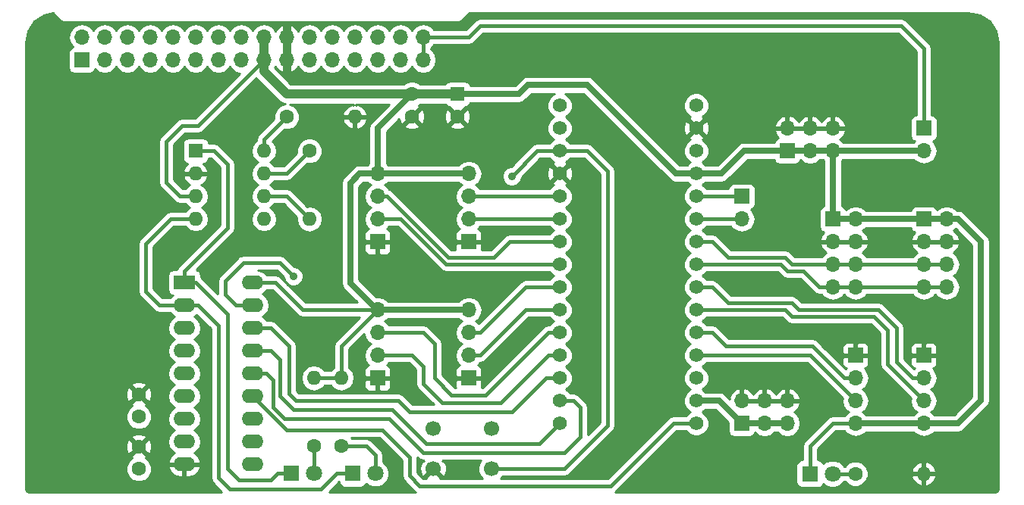
<source format=gbr>
G04 #@! TF.FileFunction,Copper,L2,Bot,Signal*
%FSLAX46Y46*%
G04 Gerber Fmt 4.6, Leading zero omitted, Abs format (unit mm)*
G04 Created by KiCad (PCBNEW 4.0.7-e2-6376~61~ubuntu18.04.1) date Mon May 27 11:53:03 2019*
%MOMM*%
%LPD*%
G01*
G04 APERTURE LIST*
%ADD10C,0.100000*%
%ADD11R,1.700000X1.700000*%
%ADD12O,1.700000X1.700000*%
%ADD13C,1.574800*%
%ADD14C,1.600000*%
%ADD15R,1.600000X1.600000*%
%ADD16R,1.800000X1.800000*%
%ADD17C,1.800000*%
%ADD18O,1.600000X1.600000*%
%ADD19C,1.700000*%
%ADD20R,2.400000X1.600000*%
%ADD21O,2.400000X1.600000*%
%ADD22C,1.200000*%
%ADD23C,0.900000*%
%ADD24C,0.400000*%
%ADD25C,0.700000*%
%ADD26C,1.000000*%
%ADD27C,0.254000*%
G04 APERTURE END LIST*
D10*
D11*
X177820000Y-115780000D03*
D12*
X180360000Y-115780000D03*
X177820000Y-118320000D03*
X180360000Y-118320000D03*
X177820000Y-120860000D03*
X180360000Y-120860000D03*
X177820000Y-123400000D03*
X180360000Y-123400000D03*
D13*
X162580000Y-103080000D03*
X147340000Y-103080000D03*
X162580000Y-105620000D03*
X147340000Y-105620000D03*
X162580000Y-108160000D03*
X147340000Y-108160000D03*
X162580000Y-110700000D03*
X147340000Y-110700000D03*
X162580000Y-113240000D03*
X147340000Y-113240000D03*
X162580000Y-115780000D03*
X147340000Y-115780000D03*
X162580000Y-118320000D03*
X147340000Y-118320000D03*
X162580000Y-120860000D03*
X147340000Y-120860000D03*
X162580000Y-123400000D03*
X147340000Y-123400000D03*
X162580000Y-125940000D03*
X147340000Y-125940000D03*
X162580000Y-128480000D03*
X147340000Y-128480000D03*
X162580000Y-131020000D03*
X147340000Y-131020000D03*
X162580000Y-133560000D03*
X147340000Y-133560000D03*
X162580000Y-136100000D03*
X147340000Y-136100000D03*
X162580000Y-138640000D03*
X147340000Y-138640000D03*
D14*
X100350000Y-137878000D03*
X100350000Y-135378000D03*
X100350000Y-143720000D03*
X100350000Y-141220000D03*
D15*
X135910000Y-101810000D03*
D14*
X135910000Y-104310000D03*
X130830000Y-101810000D03*
X130830000Y-104310000D03*
D16*
X175260000Y-144272000D03*
D17*
X177800000Y-144272000D03*
D16*
X124226000Y-144228000D03*
D17*
X126766000Y-144228000D03*
D16*
X117368000Y-144228000D03*
D17*
X119908000Y-144228000D03*
D11*
X167660000Y-113240000D03*
D12*
X167660000Y-115780000D03*
D11*
X137180000Y-118320000D03*
D12*
X137180000Y-115780000D03*
X137180000Y-113240000D03*
X137180000Y-110700000D03*
D11*
X127020000Y-118320000D03*
D12*
X127020000Y-115780000D03*
X127020000Y-113240000D03*
X127020000Y-110700000D03*
D11*
X137180000Y-133560000D03*
D12*
X137180000Y-131020000D03*
X137180000Y-128480000D03*
X137180000Y-125940000D03*
D11*
X127020000Y-133560000D03*
D12*
X127020000Y-131020000D03*
X127020000Y-128480000D03*
X127020000Y-125940000D03*
D11*
X180360000Y-131020000D03*
D12*
X180360000Y-133560000D03*
X180360000Y-136100000D03*
X180360000Y-138640000D03*
D11*
X187980000Y-131020000D03*
D12*
X187980000Y-133560000D03*
X187980000Y-136100000D03*
X187980000Y-138640000D03*
D14*
X116860000Y-104350000D03*
D18*
X124480000Y-104350000D03*
D14*
X119400000Y-108160000D03*
D18*
X119400000Y-115780000D03*
D14*
X180340000Y-144272000D03*
D18*
X187960000Y-144272000D03*
D14*
X122956000Y-141180000D03*
D18*
X122956000Y-133560000D03*
D14*
X119908000Y-141180000D03*
D18*
X119908000Y-133560000D03*
D19*
X133220000Y-139220000D03*
X139720000Y-139220000D03*
X133220000Y-143720000D03*
X139720000Y-143720000D03*
D20*
X105430000Y-122892000D03*
D21*
X113050000Y-143212000D03*
X105430000Y-125432000D03*
X113050000Y-140672000D03*
X105430000Y-127972000D03*
X113050000Y-138132000D03*
X105430000Y-130512000D03*
X113050000Y-135592000D03*
X105430000Y-133052000D03*
X113050000Y-133052000D03*
X105430000Y-135592000D03*
X113050000Y-130512000D03*
X105430000Y-138132000D03*
X113050000Y-127972000D03*
X105430000Y-140672000D03*
X113050000Y-125432000D03*
X105430000Y-143212000D03*
X113050000Y-122892000D03*
D11*
X94000000Y-98000000D03*
D12*
X94000000Y-95460000D03*
X96540000Y-98000000D03*
X96540000Y-95460000D03*
X99080000Y-98000000D03*
X99080000Y-95460000D03*
X101620000Y-98000000D03*
X101620000Y-95460000D03*
X104160000Y-98000000D03*
X104160000Y-95460000D03*
X106700000Y-98000000D03*
X106700000Y-95460000D03*
X109240000Y-98000000D03*
X109240000Y-95460000D03*
X111780000Y-98000000D03*
X111780000Y-95460000D03*
X114320000Y-98000000D03*
X114320000Y-95460000D03*
X116860000Y-98000000D03*
X116860000Y-95460000D03*
X119400000Y-98000000D03*
X119400000Y-95460000D03*
X121940000Y-98000000D03*
X121940000Y-95460000D03*
X124480000Y-98000000D03*
X124480000Y-95460000D03*
X127020000Y-98000000D03*
X127020000Y-95460000D03*
X129560000Y-98000000D03*
X129560000Y-95460000D03*
X132100000Y-98000000D03*
X132100000Y-95460000D03*
D15*
X106700000Y-108160000D03*
D18*
X114320000Y-115780000D03*
X106700000Y-110700000D03*
X114320000Y-113240000D03*
X106700000Y-113240000D03*
X114320000Y-110700000D03*
X106700000Y-115780000D03*
X114320000Y-108160000D03*
D11*
X187980000Y-105620000D03*
D12*
X187980000Y-108160000D03*
D11*
X167660000Y-138640000D03*
D12*
X167660000Y-136100000D03*
X170200000Y-138640000D03*
X170200000Y-136100000D03*
X172740000Y-138640000D03*
X172740000Y-136100000D03*
D11*
X172740000Y-108160000D03*
D12*
X172740000Y-105620000D03*
X175280000Y-108160000D03*
X175280000Y-105620000D03*
X177820000Y-108160000D03*
X177820000Y-105620000D03*
D11*
X187980000Y-115780000D03*
D12*
X190520000Y-115780000D03*
X187980000Y-118320000D03*
X190520000Y-118320000D03*
X187980000Y-120860000D03*
X190520000Y-120860000D03*
X187980000Y-123400000D03*
X190520000Y-123400000D03*
D22*
X157246000Y-114002000D03*
X156738000Y-136608000D03*
X131846000Y-123908000D03*
X128544000Y-142704000D03*
D23*
X117602000Y-122174000D03*
X141986000Y-110998000D03*
D24*
X147340000Y-108160000D02*
X144824000Y-108160000D01*
X111208000Y-125432000D02*
X113050000Y-125432000D01*
X109982000Y-124206000D02*
X111208000Y-125432000D01*
X109982000Y-122682000D02*
X109982000Y-124206000D01*
X112014000Y-120650000D02*
X109982000Y-122682000D01*
X116078000Y-120650000D02*
X112014000Y-120650000D01*
X117602000Y-122174000D02*
X116078000Y-120650000D01*
X144824000Y-108160000D02*
X141986000Y-110998000D01*
X139720000Y-143720000D02*
X147848000Y-143720000D01*
X150388000Y-108160000D02*
X147340000Y-108160000D01*
X152674000Y-110446000D02*
X150388000Y-108160000D01*
X152674000Y-138894000D02*
X152674000Y-110446000D01*
X147848000Y-143720000D02*
X152674000Y-138894000D01*
D25*
X127020000Y-125940000D02*
X126956000Y-125940000D01*
X126956000Y-125940000D02*
X123952000Y-122936000D01*
X125012000Y-110700000D02*
X127020000Y-110700000D01*
X123952000Y-111760000D02*
X125012000Y-110700000D01*
X123952000Y-122936000D02*
X123952000Y-111760000D01*
X127020000Y-125940000D02*
X137180000Y-125940000D01*
D24*
X175260000Y-144272000D02*
X175260000Y-143256000D01*
X175260000Y-143256000D02*
X175280000Y-143256000D01*
X122956000Y-133560000D02*
X119908000Y-133560000D01*
X127020000Y-125940000D02*
X122956000Y-130004000D01*
X122956000Y-130004000D02*
X122956000Y-133560000D01*
X114320000Y-98000000D02*
X106954000Y-105366000D01*
X104922000Y-113240000D02*
X106700000Y-113240000D01*
X103398000Y-111716000D02*
X104922000Y-113240000D01*
X103398000Y-107144000D02*
X103398000Y-111716000D01*
X105176000Y-105366000D02*
X103398000Y-107144000D01*
X106954000Y-105366000D02*
X105176000Y-105366000D01*
D25*
X135910000Y-101810000D02*
X142768000Y-101810000D01*
X160294000Y-110700000D02*
X162580000Y-110700000D01*
X150388000Y-100794000D02*
X160294000Y-110700000D01*
X143784000Y-100794000D02*
X150388000Y-100794000D01*
X142768000Y-101810000D02*
X143784000Y-100794000D01*
X172740000Y-108160000D02*
X167914000Y-108160000D01*
X167914000Y-108160000D02*
X165374000Y-110700000D01*
X165374000Y-110700000D02*
X162580000Y-110700000D01*
X175280000Y-108160000D02*
X172740000Y-108160000D01*
D24*
X119400000Y-125940000D02*
X118638000Y-125940000D01*
X118638000Y-125940000D02*
X115590000Y-122892000D01*
X115590000Y-122892000D02*
X113050000Y-122892000D01*
X175280000Y-143720000D02*
X175280000Y-143256000D01*
X175280000Y-143256000D02*
X175280000Y-141180000D01*
X177820000Y-138640000D02*
X180360000Y-138640000D01*
X175280000Y-141180000D02*
X177820000Y-138640000D01*
D25*
X127020000Y-110700000D02*
X137180000Y-110700000D01*
X127020000Y-110700000D02*
X127020000Y-105620000D01*
X127020000Y-105620000D02*
X130830000Y-101810000D01*
D24*
X119400000Y-125940000D02*
X123210000Y-125940000D01*
X123210000Y-125940000D02*
X127020000Y-125940000D01*
D25*
X190520000Y-115780000D02*
X191790000Y-115780000D01*
X191790000Y-138640000D02*
X187980000Y-138640000D01*
X194330000Y-136100000D02*
X191790000Y-138640000D01*
X194330000Y-118320000D02*
X194330000Y-136100000D01*
X191790000Y-115780000D02*
X194330000Y-118320000D01*
X180360000Y-138640000D02*
X187980000Y-138640000D01*
X180360000Y-115780000D02*
X187980000Y-115780000D01*
X187980000Y-115780000D02*
X190520000Y-115780000D01*
X177820000Y-108160000D02*
X177820000Y-115780000D01*
X177820000Y-115780000D02*
X180360000Y-115780000D01*
X175280000Y-108160000D02*
X177820000Y-108160000D01*
X177820000Y-108160000D02*
X187980000Y-108160000D01*
D26*
X135910000Y-101810000D02*
X130830000Y-101810000D01*
X130830000Y-101810000D02*
X116860000Y-101810000D01*
X116860000Y-101810000D02*
X114320000Y-99270000D01*
X114320000Y-99270000D02*
X114320000Y-98000000D01*
X114320000Y-95460000D02*
X114320000Y-98000000D01*
D24*
X162580000Y-113240000D02*
X167660000Y-113240000D01*
X137180000Y-113240000D02*
X147340000Y-113240000D01*
X162580000Y-115780000D02*
X167660000Y-115780000D01*
X137180000Y-115780000D02*
X147340000Y-115780000D01*
X177820000Y-120860000D02*
X173248000Y-120860000D01*
X164358000Y-118320000D02*
X162580000Y-118320000D01*
X166136000Y-120098000D02*
X164358000Y-118320000D01*
X172486000Y-120098000D02*
X166136000Y-120098000D01*
X173248000Y-120860000D02*
X172486000Y-120098000D01*
X180360000Y-120860000D02*
X187980000Y-120860000D01*
X177820000Y-120860000D02*
X180360000Y-120860000D01*
X187980000Y-120860000D02*
X190520000Y-120860000D01*
X147340000Y-118320000D02*
X141752000Y-118320000D01*
X128036000Y-113240000D02*
X127020000Y-113240000D01*
X134894000Y-120098000D02*
X128036000Y-113240000D01*
X139974000Y-120098000D02*
X134894000Y-120098000D01*
X141752000Y-118320000D02*
X139974000Y-120098000D01*
X177820000Y-123400000D02*
X176296000Y-123400000D01*
X171978000Y-120860000D02*
X162580000Y-120860000D01*
X172740000Y-121622000D02*
X171978000Y-120860000D01*
X174518000Y-121622000D02*
X172740000Y-121622000D01*
X176296000Y-123400000D02*
X174518000Y-121622000D01*
X190520000Y-123400000D02*
X187980000Y-123400000D01*
X187980000Y-123400000D02*
X180360000Y-123400000D01*
X180360000Y-123400000D02*
X177820000Y-123400000D01*
X147340000Y-120860000D02*
X134640000Y-120860000D01*
X129560000Y-115780000D02*
X127020000Y-115780000D01*
X134640000Y-120860000D02*
X129560000Y-115780000D01*
X162580000Y-123400000D02*
X164358000Y-123400000D01*
X186710000Y-133560000D02*
X187980000Y-133560000D01*
X184932000Y-131782000D02*
X186710000Y-133560000D01*
X184932000Y-127972000D02*
X184932000Y-131782000D01*
X182900000Y-125940000D02*
X184932000Y-127972000D01*
X174010000Y-125940000D02*
X182900000Y-125940000D01*
X173248000Y-125178000D02*
X174010000Y-125940000D01*
X166136000Y-125178000D02*
X173248000Y-125178000D01*
X164358000Y-123400000D02*
X166136000Y-125178000D01*
X137180000Y-128480000D02*
X138450000Y-128480000D01*
X143530000Y-123400000D02*
X147340000Y-123400000D01*
X138450000Y-128480000D02*
X143530000Y-123400000D01*
X187980000Y-136100000D02*
X183916000Y-132036000D01*
X172486000Y-125940000D02*
X162580000Y-125940000D01*
X173248000Y-126702000D02*
X172486000Y-125940000D01*
X182392000Y-126702000D02*
X173248000Y-126702000D01*
X183916000Y-128226000D02*
X182392000Y-126702000D01*
X183916000Y-132036000D02*
X183916000Y-128226000D01*
X137180000Y-131020000D02*
X138450000Y-131020000D01*
X143530000Y-125940000D02*
X147340000Y-125940000D01*
X138450000Y-131020000D02*
X143530000Y-125940000D01*
X180360000Y-133560000D02*
X179090000Y-133560000D01*
X164358000Y-128480000D02*
X162580000Y-128480000D01*
X165882000Y-130004000D02*
X164358000Y-128480000D01*
X175534000Y-130004000D02*
X165882000Y-130004000D01*
X179090000Y-133560000D02*
X175534000Y-130004000D01*
X147340000Y-128480000D02*
X146070000Y-128480000D01*
X132100000Y-128480000D02*
X127020000Y-128480000D01*
X133370000Y-129750000D02*
X132100000Y-128480000D01*
X133370000Y-133560000D02*
X133370000Y-129750000D01*
X135275000Y-135465000D02*
X133370000Y-133560000D01*
X139085000Y-135465000D02*
X135275000Y-135465000D01*
X146070000Y-128480000D02*
X139085000Y-135465000D01*
X147340000Y-128480000D02*
X146705000Y-128480000D01*
X162580000Y-131020000D02*
X175280000Y-131020000D01*
X175280000Y-131020000D02*
X180360000Y-136100000D01*
X180360000Y-136100000D02*
X180360000Y-136100000D01*
X127020000Y-131020000D02*
X130830000Y-131020000D01*
X146070000Y-131020000D02*
X147340000Y-131020000D01*
X140736000Y-136354000D02*
X146070000Y-131020000D01*
X134259000Y-136354000D02*
X140736000Y-136354000D01*
X132100000Y-134195000D02*
X134259000Y-136354000D01*
X132100000Y-132290000D02*
X132100000Y-134195000D01*
X130830000Y-131020000D02*
X132100000Y-132290000D01*
X147340000Y-133560000D02*
X145816000Y-133560000D01*
X115082000Y-127972000D02*
X113050000Y-127972000D01*
X117114000Y-130004000D02*
X115082000Y-127972000D01*
X117114000Y-135338000D02*
X117114000Y-130004000D01*
X117876000Y-136100000D02*
X117114000Y-135338000D01*
X129306000Y-136100000D02*
X117876000Y-136100000D01*
X130576000Y-137370000D02*
X129306000Y-136100000D01*
X142006000Y-137370000D02*
X130576000Y-137370000D01*
X145816000Y-133560000D02*
X142006000Y-137370000D01*
D25*
X170200000Y-138640000D02*
X172740000Y-138640000D01*
X167660000Y-138640000D02*
X170200000Y-138640000D01*
X162580000Y-136100000D02*
X165120000Y-136100000D01*
X165120000Y-136100000D02*
X167660000Y-138640000D01*
D24*
X113050000Y-135592000D02*
X116860000Y-139402000D01*
X116860000Y-139402000D02*
X117876000Y-139402000D01*
X117876000Y-139402000D02*
X127528000Y-139402000D01*
X130576000Y-144482000D02*
X131719000Y-145625000D01*
X130576000Y-142450000D02*
X130576000Y-144482000D01*
X127528000Y-139402000D02*
X130576000Y-142450000D01*
X160040000Y-138640000D02*
X162580000Y-138640000D01*
X153055000Y-145625000D02*
X160040000Y-138640000D01*
X131719000Y-145625000D02*
X153055000Y-145625000D01*
X113050000Y-130512000D02*
X115082000Y-130512000D01*
X116098000Y-131528000D02*
X116098000Y-135592000D01*
X116098000Y-135592000D02*
X117622000Y-137116000D01*
X117622000Y-137116000D02*
X128671000Y-137116000D01*
X128671000Y-137116000D02*
X132481000Y-140926000D01*
X132481000Y-140926000D02*
X145054000Y-140926000D01*
X145054000Y-140926000D02*
X147340000Y-138640000D01*
X115082000Y-130512000D02*
X116098000Y-131528000D01*
X177800000Y-144272000D02*
X180340000Y-144272000D01*
X124226000Y-144228000D02*
X122448000Y-144228000D01*
X106954000Y-125432000D02*
X105430000Y-125432000D01*
X109240000Y-127718000D02*
X106954000Y-125432000D01*
X109240000Y-144736000D02*
X109240000Y-127718000D01*
X110510000Y-146006000D02*
X109240000Y-144736000D01*
X120670000Y-146006000D02*
X110510000Y-146006000D01*
X122448000Y-144228000D02*
X120670000Y-146006000D01*
X105430000Y-125432000D02*
X102636000Y-125432000D01*
X103906000Y-115780000D02*
X106700000Y-115780000D01*
X101112000Y-118574000D02*
X103906000Y-115780000D01*
X101112000Y-123908000D02*
X101112000Y-118574000D01*
X102636000Y-125432000D02*
X101112000Y-123908000D01*
X126766000Y-142196000D02*
X126766000Y-144228000D01*
X125750000Y-141180000D02*
X126766000Y-142196000D01*
X122956000Y-141180000D02*
X125750000Y-141180000D01*
X105430000Y-122892000D02*
X105430000Y-121622000D01*
X108732000Y-108160000D02*
X106700000Y-108160000D01*
X110256000Y-109684000D02*
X108732000Y-108160000D01*
X110256000Y-116796000D02*
X110256000Y-109684000D01*
X105430000Y-121622000D02*
X110256000Y-116796000D01*
X117368000Y-144228000D02*
X115844000Y-144228000D01*
X106700000Y-122892000D02*
X105430000Y-122892000D01*
X110256000Y-126448000D02*
X106700000Y-122892000D01*
X110256000Y-143720000D02*
X110256000Y-126448000D01*
X111526000Y-144990000D02*
X110256000Y-143720000D01*
X115082000Y-144990000D02*
X111526000Y-144990000D01*
X115844000Y-144228000D02*
X115082000Y-144990000D01*
X119908000Y-141180000D02*
X119908000Y-144228000D01*
X114320000Y-108160000D02*
X114320000Y-106890000D01*
X114320000Y-106890000D02*
X116860000Y-104350000D01*
X113050000Y-133052000D02*
X114574000Y-133052000D01*
X114574000Y-133052000D02*
X115336000Y-133814000D01*
X115336000Y-133814000D02*
X115336000Y-136862000D01*
X115336000Y-136862000D02*
X116606000Y-138132000D01*
X116606000Y-138132000D02*
X128290000Y-138132000D01*
X128290000Y-138132000D02*
X132100000Y-141942000D01*
X132100000Y-141942000D02*
X147848000Y-141942000D01*
X147848000Y-141942000D02*
X149626000Y-140164000D01*
X149626000Y-140164000D02*
X149626000Y-136862000D01*
X149626000Y-136862000D02*
X148864000Y-136100000D01*
X148864000Y-136100000D02*
X147340000Y-136100000D01*
X114320000Y-110700000D02*
X116860000Y-110700000D01*
X116860000Y-110700000D02*
X119400000Y-108160000D01*
X114320000Y-113240000D02*
X116860000Y-113240000D01*
X116860000Y-113240000D02*
X119400000Y-115780000D01*
X132100000Y-95460000D02*
X137180000Y-95460000D01*
X187980000Y-96730000D02*
X187980000Y-105620000D01*
X185440000Y-94190000D02*
X187980000Y-96730000D01*
X138450000Y-94190000D02*
X185440000Y-94190000D01*
X137180000Y-95460000D02*
X138450000Y-94190000D01*
X132100000Y-98000000D02*
X132100000Y-95460000D01*
D27*
G36*
X194253707Y-92973288D02*
X195316546Y-93683454D01*
X196026712Y-94746295D01*
X196290000Y-96069931D01*
X196290000Y-145930070D01*
X196255074Y-146105655D01*
X196195225Y-146195226D01*
X196105655Y-146255074D01*
X195930070Y-146290000D01*
X153533838Y-146290000D01*
X153645434Y-146215434D01*
X160385868Y-139475000D01*
X161403720Y-139475000D01*
X161773223Y-139845149D01*
X162295826Y-140062152D01*
X162861691Y-140062646D01*
X163384672Y-139846555D01*
X163785149Y-139446777D01*
X164002152Y-138924174D01*
X164002646Y-138358309D01*
X163786555Y-137835328D01*
X163386777Y-137434851D01*
X163230860Y-137370109D01*
X163384672Y-137306555D01*
X163606614Y-137085000D01*
X164712000Y-137085000D01*
X166162560Y-138535560D01*
X166162560Y-139490000D01*
X166206838Y-139725317D01*
X166345910Y-139941441D01*
X166558110Y-140086431D01*
X166810000Y-140137440D01*
X168510000Y-140137440D01*
X168745317Y-140093162D01*
X168961441Y-139954090D01*
X169106431Y-139741890D01*
X169120086Y-139674459D01*
X169149946Y-139719147D01*
X169631715Y-140041054D01*
X170200000Y-140154093D01*
X170768285Y-140041054D01*
X171250054Y-139719147D01*
X171312961Y-139625000D01*
X171627039Y-139625000D01*
X171689946Y-139719147D01*
X172171715Y-140041054D01*
X172740000Y-140154093D01*
X173308285Y-140041054D01*
X173790054Y-139719147D01*
X174111961Y-139237378D01*
X174225000Y-138669093D01*
X174225000Y-138610907D01*
X174111961Y-138042622D01*
X173790054Y-137560853D01*
X173506899Y-137371655D01*
X173506924Y-137371645D01*
X173935183Y-136981358D01*
X174181486Y-136456892D01*
X174060819Y-136227000D01*
X172867000Y-136227000D01*
X172867000Y-136247000D01*
X172613000Y-136247000D01*
X172613000Y-136227000D01*
X170327000Y-136227000D01*
X170327000Y-136247000D01*
X170073000Y-136247000D01*
X170073000Y-136227000D01*
X167787000Y-136227000D01*
X167787000Y-136247000D01*
X167533000Y-136247000D01*
X167533000Y-136227000D01*
X167513000Y-136227000D01*
X167513000Y-135973000D01*
X167533000Y-135973000D01*
X167533000Y-134779845D01*
X167787000Y-134779845D01*
X167787000Y-135973000D01*
X170073000Y-135973000D01*
X170073000Y-134779845D01*
X170327000Y-134779845D01*
X170327000Y-135973000D01*
X172613000Y-135973000D01*
X172613000Y-134779845D01*
X172867000Y-134779845D01*
X172867000Y-135973000D01*
X174060819Y-135973000D01*
X174181486Y-135743108D01*
X173935183Y-135218642D01*
X173506924Y-134828355D01*
X173096890Y-134658524D01*
X172867000Y-134779845D01*
X172613000Y-134779845D01*
X172383110Y-134658524D01*
X171973076Y-134828355D01*
X171544817Y-135218642D01*
X171470000Y-135377954D01*
X171395183Y-135218642D01*
X170966924Y-134828355D01*
X170556890Y-134658524D01*
X170327000Y-134779845D01*
X170073000Y-134779845D01*
X169843110Y-134658524D01*
X169433076Y-134828355D01*
X169004817Y-135218642D01*
X168930000Y-135377954D01*
X168855183Y-135218642D01*
X168426924Y-134828355D01*
X168016890Y-134658524D01*
X167787000Y-134779845D01*
X167533000Y-134779845D01*
X167303110Y-134658524D01*
X166893076Y-134828355D01*
X166464817Y-135218642D01*
X166218514Y-135743108D01*
X166287457Y-135874457D01*
X165816500Y-135403500D01*
X165496943Y-135189979D01*
X165120000Y-135115000D01*
X163606542Y-135115000D01*
X163386777Y-134894851D01*
X163230860Y-134830109D01*
X163384672Y-134766555D01*
X163785149Y-134366777D01*
X164002152Y-133844174D01*
X164002646Y-133278309D01*
X163786555Y-132755328D01*
X163386777Y-132354851D01*
X163230860Y-132290109D01*
X163384672Y-132226555D01*
X163756877Y-131855000D01*
X174934132Y-131855000D01*
X178901193Y-135822061D01*
X178845907Y-136100000D01*
X178958946Y-136668285D01*
X179280853Y-137150054D01*
X179610026Y-137370000D01*
X179280853Y-137589946D01*
X179137159Y-137805000D01*
X177820000Y-137805000D01*
X177500459Y-137868561D01*
X177239958Y-138042622D01*
X177229566Y-138049566D01*
X174689566Y-140589566D01*
X174508561Y-140860459D01*
X174445000Y-141180000D01*
X174445000Y-142724560D01*
X174360000Y-142724560D01*
X174124683Y-142768838D01*
X173908559Y-142907910D01*
X173763569Y-143120110D01*
X173712560Y-143372000D01*
X173712560Y-145172000D01*
X173756838Y-145407317D01*
X173895910Y-145623441D01*
X174108110Y-145768431D01*
X174360000Y-145819440D01*
X176160000Y-145819440D01*
X176395317Y-145775162D01*
X176611441Y-145636090D01*
X176756431Y-145423890D01*
X176760567Y-145403466D01*
X176929357Y-145572551D01*
X177493330Y-145806733D01*
X178103991Y-145807265D01*
X178668371Y-145574068D01*
X179100551Y-145142643D01*
X179115351Y-145107000D01*
X179145917Y-145107000D01*
X179526077Y-145487824D01*
X180053309Y-145706750D01*
X180624187Y-145707248D01*
X181151800Y-145489243D01*
X181555824Y-145085923D01*
X181748860Y-144621039D01*
X186568096Y-144621039D01*
X186728959Y-145009423D01*
X187104866Y-145424389D01*
X187610959Y-145663914D01*
X187833000Y-145542629D01*
X187833000Y-144399000D01*
X188087000Y-144399000D01*
X188087000Y-145542629D01*
X188309041Y-145663914D01*
X188815134Y-145424389D01*
X189191041Y-145009423D01*
X189351904Y-144621039D01*
X189229915Y-144399000D01*
X188087000Y-144399000D01*
X187833000Y-144399000D01*
X186690085Y-144399000D01*
X186568096Y-144621039D01*
X181748860Y-144621039D01*
X181774750Y-144558691D01*
X181775248Y-143987813D01*
X181748452Y-143922961D01*
X186568096Y-143922961D01*
X186690085Y-144145000D01*
X187833000Y-144145000D01*
X187833000Y-143001371D01*
X188087000Y-143001371D01*
X188087000Y-144145000D01*
X189229915Y-144145000D01*
X189351904Y-143922961D01*
X189191041Y-143534577D01*
X188815134Y-143119611D01*
X188309041Y-142880086D01*
X188087000Y-143001371D01*
X187833000Y-143001371D01*
X187610959Y-142880086D01*
X187104866Y-143119611D01*
X186728959Y-143534577D01*
X186568096Y-143922961D01*
X181748452Y-143922961D01*
X181557243Y-143460200D01*
X181153923Y-143056176D01*
X180626691Y-142837250D01*
X180055813Y-142836752D01*
X179528200Y-143054757D01*
X179145290Y-143437000D01*
X179115857Y-143437000D01*
X179102068Y-143403629D01*
X178670643Y-142971449D01*
X178106670Y-142737267D01*
X177496009Y-142736735D01*
X176931629Y-142969932D01*
X176763387Y-143137880D01*
X176763162Y-143136683D01*
X176624090Y-142920559D01*
X176411890Y-142775569D01*
X176160000Y-142724560D01*
X176115000Y-142724560D01*
X176115000Y-141525868D01*
X178165868Y-139475000D01*
X179137159Y-139475000D01*
X179280853Y-139690054D01*
X179762622Y-140011961D01*
X180330907Y-140125000D01*
X180389093Y-140125000D01*
X180957378Y-140011961D01*
X181439147Y-139690054D01*
X181482615Y-139625000D01*
X186857385Y-139625000D01*
X186900853Y-139690054D01*
X187382622Y-140011961D01*
X187950907Y-140125000D01*
X188009093Y-140125000D01*
X188577378Y-140011961D01*
X189059147Y-139690054D01*
X189102615Y-139625000D01*
X191790000Y-139625000D01*
X192166943Y-139550021D01*
X192486500Y-139336500D01*
X195026500Y-136796500D01*
X195240021Y-136476943D01*
X195251439Y-136419540D01*
X195315000Y-136100000D01*
X195315000Y-118320000D01*
X195240021Y-117943057D01*
X195026500Y-117623500D01*
X192486500Y-115083500D01*
X192166943Y-114869979D01*
X191790000Y-114795000D01*
X191642615Y-114795000D01*
X191599147Y-114729946D01*
X191117378Y-114408039D01*
X190549093Y-114295000D01*
X190490907Y-114295000D01*
X189922622Y-114408039D01*
X189440853Y-114729946D01*
X189440029Y-114731179D01*
X189433162Y-114694683D01*
X189294090Y-114478559D01*
X189081890Y-114333569D01*
X188830000Y-114282560D01*
X187130000Y-114282560D01*
X186894683Y-114326838D01*
X186678559Y-114465910D01*
X186533569Y-114678110D01*
X186509898Y-114795000D01*
X181482615Y-114795000D01*
X181439147Y-114729946D01*
X180957378Y-114408039D01*
X180389093Y-114295000D01*
X180330907Y-114295000D01*
X179762622Y-114408039D01*
X179280853Y-114729946D01*
X179280029Y-114731179D01*
X179273162Y-114694683D01*
X179134090Y-114478559D01*
X178921890Y-114333569D01*
X178805000Y-114309898D01*
X178805000Y-109282615D01*
X178870054Y-109239147D01*
X178932961Y-109145000D01*
X186857385Y-109145000D01*
X186900853Y-109210054D01*
X187382622Y-109531961D01*
X187950907Y-109645000D01*
X188009093Y-109645000D01*
X188577378Y-109531961D01*
X189059147Y-109210054D01*
X189381054Y-108728285D01*
X189494093Y-108160000D01*
X189381054Y-107591715D01*
X189059147Y-107109946D01*
X189017548Y-107082150D01*
X189065317Y-107073162D01*
X189281441Y-106934090D01*
X189426431Y-106721890D01*
X189477440Y-106470000D01*
X189477440Y-104770000D01*
X189433162Y-104534683D01*
X189294090Y-104318559D01*
X189081890Y-104173569D01*
X188830000Y-104122560D01*
X188815000Y-104122560D01*
X188815000Y-96730000D01*
X188751439Y-96410459D01*
X188570434Y-96139566D01*
X186030434Y-93599566D01*
X185884485Y-93502046D01*
X185759541Y-93418561D01*
X185440000Y-93355000D01*
X138450000Y-93355000D01*
X138130459Y-93418561D01*
X138005515Y-93502046D01*
X137859566Y-93599566D01*
X136834132Y-94625000D01*
X133313187Y-94625000D01*
X133150054Y-94380853D01*
X132668285Y-94058946D01*
X132100000Y-93945907D01*
X131531715Y-94058946D01*
X131049946Y-94380853D01*
X130830000Y-94710026D01*
X130610054Y-94380853D01*
X130128285Y-94058946D01*
X129560000Y-93945907D01*
X128991715Y-94058946D01*
X128509946Y-94380853D01*
X128290000Y-94710026D01*
X128070054Y-94380853D01*
X127588285Y-94058946D01*
X127020000Y-93945907D01*
X126451715Y-94058946D01*
X125969946Y-94380853D01*
X125750000Y-94710026D01*
X125530054Y-94380853D01*
X125048285Y-94058946D01*
X124480000Y-93945907D01*
X123911715Y-94058946D01*
X123429946Y-94380853D01*
X123210000Y-94710026D01*
X122990054Y-94380853D01*
X122508285Y-94058946D01*
X121940000Y-93945907D01*
X121371715Y-94058946D01*
X120889946Y-94380853D01*
X120670000Y-94710026D01*
X120450054Y-94380853D01*
X119968285Y-94058946D01*
X119400000Y-93945907D01*
X118831715Y-94058946D01*
X118349946Y-94380853D01*
X118121409Y-94722883D01*
X117890711Y-94390915D01*
X117453265Y-94098655D01*
X117233000Y-94187282D01*
X117233000Y-95087000D01*
X117253000Y-95087000D01*
X117253000Y-95833000D01*
X117233000Y-95833000D01*
X117233000Y-97627000D01*
X117253000Y-97627000D01*
X117253000Y-98373000D01*
X117233000Y-98373000D01*
X117233000Y-99272718D01*
X117453265Y-99361345D01*
X117890711Y-99069085D01*
X118121409Y-98737117D01*
X118349946Y-99079147D01*
X118831715Y-99401054D01*
X119400000Y-99514093D01*
X119968285Y-99401054D01*
X120450054Y-99079147D01*
X120670000Y-98749974D01*
X120889946Y-99079147D01*
X121371715Y-99401054D01*
X121940000Y-99514093D01*
X122508285Y-99401054D01*
X122990054Y-99079147D01*
X123210000Y-98749974D01*
X123429946Y-99079147D01*
X123911715Y-99401054D01*
X124480000Y-99514093D01*
X125048285Y-99401054D01*
X125530054Y-99079147D01*
X125750000Y-98749974D01*
X125969946Y-99079147D01*
X126451715Y-99401054D01*
X127020000Y-99514093D01*
X127588285Y-99401054D01*
X128070054Y-99079147D01*
X128290000Y-98749974D01*
X128509946Y-99079147D01*
X128991715Y-99401054D01*
X129560000Y-99514093D01*
X130128285Y-99401054D01*
X130610054Y-99079147D01*
X130830000Y-98749974D01*
X131049946Y-99079147D01*
X131531715Y-99401054D01*
X132100000Y-99514093D01*
X132668285Y-99401054D01*
X133150054Y-99079147D01*
X133471961Y-98597378D01*
X133585000Y-98029093D01*
X133585000Y-97970907D01*
X133471961Y-97402622D01*
X133150054Y-96920853D01*
X132935000Y-96777159D01*
X132935000Y-96682841D01*
X133150054Y-96539147D01*
X133313187Y-96295000D01*
X137180000Y-96295000D01*
X137499541Y-96231439D01*
X137770434Y-96050434D01*
X138795868Y-95025000D01*
X185094132Y-95025000D01*
X187145000Y-97075868D01*
X187145000Y-104122560D01*
X187130000Y-104122560D01*
X186894683Y-104166838D01*
X186678559Y-104305910D01*
X186533569Y-104518110D01*
X186482560Y-104770000D01*
X186482560Y-106470000D01*
X186526838Y-106705317D01*
X186665910Y-106921441D01*
X186878110Y-107066431D01*
X186945541Y-107080086D01*
X186900853Y-107109946D01*
X186857385Y-107175000D01*
X178932961Y-107175000D01*
X178870054Y-107080853D01*
X178586899Y-106891655D01*
X178586924Y-106891645D01*
X179015183Y-106501358D01*
X179261486Y-105976892D01*
X179140819Y-105747000D01*
X177947000Y-105747000D01*
X177947000Y-105767000D01*
X177693000Y-105767000D01*
X177693000Y-105747000D01*
X175407000Y-105747000D01*
X175407000Y-105767000D01*
X175153000Y-105767000D01*
X175153000Y-105747000D01*
X172867000Y-105747000D01*
X172867000Y-105767000D01*
X172613000Y-105767000D01*
X172613000Y-105747000D01*
X171419181Y-105747000D01*
X171298514Y-105976892D01*
X171544817Y-106501358D01*
X171750504Y-106688808D01*
X171654683Y-106706838D01*
X171438559Y-106845910D01*
X171293569Y-107058110D01*
X171269898Y-107175000D01*
X167914000Y-107175000D01*
X167537057Y-107249979D01*
X167217500Y-107463500D01*
X164966000Y-109715000D01*
X163606542Y-109715000D01*
X163386777Y-109494851D01*
X163230860Y-109430109D01*
X163384672Y-109366555D01*
X163785149Y-108966777D01*
X164002152Y-108444174D01*
X164002646Y-107878309D01*
X163786555Y-107355328D01*
X163386777Y-106954851D01*
X163246422Y-106896571D01*
X163326425Y-106863432D01*
X163399011Y-106618617D01*
X162580000Y-105799605D01*
X161760989Y-106618617D01*
X161833575Y-106863432D01*
X161919024Y-106894071D01*
X161775328Y-106953445D01*
X161374851Y-107353223D01*
X161157848Y-107875826D01*
X161157354Y-108441691D01*
X161373445Y-108964672D01*
X161773223Y-109365149D01*
X161929140Y-109429891D01*
X161775328Y-109493445D01*
X161553386Y-109715000D01*
X160702000Y-109715000D01*
X156393235Y-105406235D01*
X161145574Y-105406235D01*
X161172959Y-105971438D01*
X161336568Y-106366425D01*
X161581383Y-106439011D01*
X162400395Y-105620000D01*
X162759605Y-105620000D01*
X163578617Y-106439011D01*
X163823432Y-106366425D01*
X164014426Y-105833765D01*
X163987041Y-105268562D01*
X163984782Y-105263108D01*
X171298514Y-105263108D01*
X171419181Y-105493000D01*
X172613000Y-105493000D01*
X172613000Y-104299845D01*
X172867000Y-104299845D01*
X172867000Y-105493000D01*
X175153000Y-105493000D01*
X175153000Y-104299845D01*
X175407000Y-104299845D01*
X175407000Y-105493000D01*
X177693000Y-105493000D01*
X177693000Y-104299845D01*
X177947000Y-104299845D01*
X177947000Y-105493000D01*
X179140819Y-105493000D01*
X179261486Y-105263108D01*
X179015183Y-104738642D01*
X178586924Y-104348355D01*
X178176890Y-104178524D01*
X177947000Y-104299845D01*
X177693000Y-104299845D01*
X177463110Y-104178524D01*
X177053076Y-104348355D01*
X176624817Y-104738642D01*
X176550000Y-104897954D01*
X176475183Y-104738642D01*
X176046924Y-104348355D01*
X175636890Y-104178524D01*
X175407000Y-104299845D01*
X175153000Y-104299845D01*
X174923110Y-104178524D01*
X174513076Y-104348355D01*
X174084817Y-104738642D01*
X174010000Y-104897954D01*
X173935183Y-104738642D01*
X173506924Y-104348355D01*
X173096890Y-104178524D01*
X172867000Y-104299845D01*
X172613000Y-104299845D01*
X172383110Y-104178524D01*
X171973076Y-104348355D01*
X171544817Y-104738642D01*
X171298514Y-105263108D01*
X163984782Y-105263108D01*
X163823432Y-104873575D01*
X163578617Y-104800989D01*
X162759605Y-105620000D01*
X162400395Y-105620000D01*
X161581383Y-104800989D01*
X161336568Y-104873575D01*
X161145574Y-105406235D01*
X156393235Y-105406235D01*
X154348691Y-103361691D01*
X161157354Y-103361691D01*
X161373445Y-103884672D01*
X161773223Y-104285149D01*
X161913578Y-104343429D01*
X161833575Y-104376568D01*
X161760989Y-104621383D01*
X162580000Y-105440395D01*
X163399011Y-104621383D01*
X163326425Y-104376568D01*
X163240976Y-104345929D01*
X163384672Y-104286555D01*
X163785149Y-103886777D01*
X164002152Y-103364174D01*
X164002646Y-102798309D01*
X163786555Y-102275328D01*
X163386777Y-101874851D01*
X162864174Y-101657848D01*
X162298309Y-101657354D01*
X161775328Y-101873445D01*
X161374851Y-102273223D01*
X161157848Y-102795826D01*
X161157354Y-103361691D01*
X154348691Y-103361691D01*
X151084500Y-100097500D01*
X150764943Y-99883979D01*
X150388000Y-99809000D01*
X143784000Y-99809000D01*
X143407057Y-99883979D01*
X143087500Y-100097500D01*
X142360000Y-100825000D01*
X137322630Y-100825000D01*
X137313162Y-100774683D01*
X137174090Y-100558559D01*
X136961890Y-100413569D01*
X136710000Y-100362560D01*
X135110000Y-100362560D01*
X134874683Y-100406838D01*
X134658559Y-100545910D01*
X134570356Y-100675000D01*
X131724606Y-100675000D01*
X131643923Y-100594176D01*
X131116691Y-100375250D01*
X130545813Y-100374752D01*
X130018200Y-100592757D01*
X129935813Y-100675000D01*
X117330133Y-100675000D01*
X115515942Y-98860810D01*
X115598591Y-98737117D01*
X115829289Y-99069085D01*
X116266735Y-99361345D01*
X116487000Y-99272718D01*
X116487000Y-98373000D01*
X116467000Y-98373000D01*
X116467000Y-97627000D01*
X116487000Y-97627000D01*
X116487000Y-95833000D01*
X116467000Y-95833000D01*
X116467000Y-95087000D01*
X116487000Y-95087000D01*
X116487000Y-94187282D01*
X116266735Y-94098655D01*
X115829289Y-94390915D01*
X115598591Y-94722883D01*
X115370054Y-94380853D01*
X114888285Y-94058946D01*
X114320000Y-93945907D01*
X113751715Y-94058946D01*
X113269946Y-94380853D01*
X113050000Y-94710026D01*
X112830054Y-94380853D01*
X112348285Y-94058946D01*
X111780000Y-93945907D01*
X111211715Y-94058946D01*
X110729946Y-94380853D01*
X110510000Y-94710026D01*
X110290054Y-94380853D01*
X109808285Y-94058946D01*
X109240000Y-93945907D01*
X108671715Y-94058946D01*
X108189946Y-94380853D01*
X107970000Y-94710026D01*
X107750054Y-94380853D01*
X107268285Y-94058946D01*
X106700000Y-93945907D01*
X106131715Y-94058946D01*
X105649946Y-94380853D01*
X105430000Y-94710026D01*
X105210054Y-94380853D01*
X104728285Y-94058946D01*
X104160000Y-93945907D01*
X103591715Y-94058946D01*
X103109946Y-94380853D01*
X102890000Y-94710026D01*
X102670054Y-94380853D01*
X102188285Y-94058946D01*
X101620000Y-93945907D01*
X101051715Y-94058946D01*
X100569946Y-94380853D01*
X100350000Y-94710026D01*
X100130054Y-94380853D01*
X99648285Y-94058946D01*
X99080000Y-93945907D01*
X98511715Y-94058946D01*
X98029946Y-94380853D01*
X97810000Y-94710026D01*
X97590054Y-94380853D01*
X97108285Y-94058946D01*
X96540000Y-93945907D01*
X95971715Y-94058946D01*
X95489946Y-94380853D01*
X95270000Y-94710026D01*
X95050054Y-94380853D01*
X94568285Y-94058946D01*
X94000000Y-93945907D01*
X93431715Y-94058946D01*
X92949946Y-94380853D01*
X92628039Y-94862622D01*
X92515000Y-95430907D01*
X92515000Y-95489093D01*
X92628039Y-96057378D01*
X92949946Y-96539147D01*
X92951179Y-96539971D01*
X92914683Y-96546838D01*
X92698559Y-96685910D01*
X92553569Y-96898110D01*
X92502560Y-97150000D01*
X92502560Y-98850000D01*
X92546838Y-99085317D01*
X92685910Y-99301441D01*
X92898110Y-99446431D01*
X93150000Y-99497440D01*
X94850000Y-99497440D01*
X95085317Y-99453162D01*
X95301441Y-99314090D01*
X95446431Y-99101890D01*
X95460086Y-99034459D01*
X95489946Y-99079147D01*
X95971715Y-99401054D01*
X96540000Y-99514093D01*
X97108285Y-99401054D01*
X97590054Y-99079147D01*
X97810000Y-98749974D01*
X98029946Y-99079147D01*
X98511715Y-99401054D01*
X99080000Y-99514093D01*
X99648285Y-99401054D01*
X100130054Y-99079147D01*
X100350000Y-98749974D01*
X100569946Y-99079147D01*
X101051715Y-99401054D01*
X101620000Y-99514093D01*
X102188285Y-99401054D01*
X102670054Y-99079147D01*
X102890000Y-98749974D01*
X103109946Y-99079147D01*
X103591715Y-99401054D01*
X104160000Y-99514093D01*
X104728285Y-99401054D01*
X105210054Y-99079147D01*
X105430000Y-98749974D01*
X105649946Y-99079147D01*
X106131715Y-99401054D01*
X106700000Y-99514093D01*
X107268285Y-99401054D01*
X107750054Y-99079147D01*
X107970000Y-98749974D01*
X108189946Y-99079147D01*
X108671715Y-99401054D01*
X109240000Y-99514093D01*
X109808285Y-99401054D01*
X110290054Y-99079147D01*
X110510000Y-98749974D01*
X110729946Y-99079147D01*
X111211715Y-99401054D01*
X111650749Y-99488383D01*
X106608132Y-104531000D01*
X105176000Y-104531000D01*
X104856460Y-104594560D01*
X104585566Y-104775566D01*
X102807566Y-106553566D01*
X102626561Y-106824459D01*
X102563000Y-107144000D01*
X102563000Y-111716000D01*
X102626561Y-112035541D01*
X102807566Y-112306434D01*
X104331566Y-113830434D01*
X104602459Y-114011439D01*
X104922000Y-114075000D01*
X105537118Y-114075000D01*
X105657189Y-114254698D01*
X106039275Y-114510000D01*
X105657189Y-114765302D01*
X105537118Y-114945000D01*
X103906000Y-114945000D01*
X103586460Y-115008560D01*
X103315566Y-115189566D01*
X100521566Y-117983566D01*
X100340561Y-118254459D01*
X100277000Y-118574000D01*
X100277000Y-123908000D01*
X100340561Y-124227541D01*
X100489240Y-124450054D01*
X100521566Y-124498434D01*
X102045566Y-126022434D01*
X102316459Y-126203439D01*
X102636000Y-126267000D01*
X103859281Y-126267000D01*
X103979352Y-126446698D01*
X104361438Y-126702000D01*
X103979352Y-126957302D01*
X103668283Y-127422849D01*
X103559050Y-127972000D01*
X103668283Y-128521151D01*
X103979352Y-128986698D01*
X104361438Y-129242000D01*
X103979352Y-129497302D01*
X103668283Y-129962849D01*
X103559050Y-130512000D01*
X103668283Y-131061151D01*
X103979352Y-131526698D01*
X104361438Y-131782000D01*
X103979352Y-132037302D01*
X103668283Y-132502849D01*
X103559050Y-133052000D01*
X103668283Y-133601151D01*
X103979352Y-134066698D01*
X104361438Y-134322000D01*
X103979352Y-134577302D01*
X103668283Y-135042849D01*
X103559050Y-135592000D01*
X103668283Y-136141151D01*
X103979352Y-136606698D01*
X104361438Y-136862000D01*
X103979352Y-137117302D01*
X103668283Y-137582849D01*
X103559050Y-138132000D01*
X103668283Y-138681151D01*
X103979352Y-139146698D01*
X104361438Y-139402000D01*
X103979352Y-139657302D01*
X103668283Y-140122849D01*
X103559050Y-140672000D01*
X103668283Y-141221151D01*
X103979352Y-141686698D01*
X104357707Y-141939507D01*
X103925500Y-142287104D01*
X103655633Y-142780181D01*
X103638096Y-142862961D01*
X103760085Y-143085000D01*
X105303000Y-143085000D01*
X105303000Y-143065000D01*
X105557000Y-143065000D01*
X105557000Y-143085000D01*
X107099915Y-143085000D01*
X107221904Y-142862961D01*
X107204367Y-142780181D01*
X106934500Y-142287104D01*
X106502293Y-141939507D01*
X106880648Y-141686698D01*
X107191717Y-141221151D01*
X107300950Y-140672000D01*
X107191717Y-140122849D01*
X106880648Y-139657302D01*
X106498562Y-139402000D01*
X106880648Y-139146698D01*
X107191717Y-138681151D01*
X107300950Y-138132000D01*
X107191717Y-137582849D01*
X106880648Y-137117302D01*
X106498562Y-136862000D01*
X106880648Y-136606698D01*
X107191717Y-136141151D01*
X107300950Y-135592000D01*
X107191717Y-135042849D01*
X106880648Y-134577302D01*
X106498562Y-134322000D01*
X106880648Y-134066698D01*
X107191717Y-133601151D01*
X107300950Y-133052000D01*
X107191717Y-132502849D01*
X106880648Y-132037302D01*
X106498562Y-131782000D01*
X106880648Y-131526698D01*
X107191717Y-131061151D01*
X107300950Y-130512000D01*
X107191717Y-129962849D01*
X106880648Y-129497302D01*
X106498562Y-129242000D01*
X106880648Y-128986698D01*
X107191717Y-128521151D01*
X107300950Y-127972000D01*
X107191717Y-127422849D01*
X106880648Y-126957302D01*
X106498562Y-126702000D01*
X106825008Y-126483876D01*
X108405000Y-128063868D01*
X108405000Y-144736000D01*
X108468561Y-145055541D01*
X108600792Y-145253439D01*
X108649566Y-145326434D01*
X109613132Y-146290000D01*
X88069930Y-146290000D01*
X87894345Y-146255074D01*
X87804774Y-146195225D01*
X87744926Y-146105655D01*
X87710000Y-145930070D01*
X87710000Y-144004187D01*
X98914752Y-144004187D01*
X99132757Y-144531800D01*
X99536077Y-144935824D01*
X100063309Y-145154750D01*
X100634187Y-145155248D01*
X101161800Y-144937243D01*
X101565824Y-144533923D01*
X101784750Y-144006691D01*
X101785138Y-143561039D01*
X103638096Y-143561039D01*
X103655633Y-143643819D01*
X103925500Y-144136896D01*
X104363517Y-144489166D01*
X104903000Y-144647000D01*
X105303000Y-144647000D01*
X105303000Y-143339000D01*
X105557000Y-143339000D01*
X105557000Y-144647000D01*
X105957000Y-144647000D01*
X106496483Y-144489166D01*
X106934500Y-144136896D01*
X107204367Y-143643819D01*
X107221904Y-143561039D01*
X107099915Y-143339000D01*
X105557000Y-143339000D01*
X105303000Y-143339000D01*
X103760085Y-143339000D01*
X103638096Y-143561039D01*
X101785138Y-143561039D01*
X101785248Y-143435813D01*
X101567243Y-142908200D01*
X101163923Y-142504176D01*
X101097456Y-142476577D01*
X101104005Y-142473864D01*
X101178139Y-142227745D01*
X100350000Y-141399605D01*
X99521861Y-142227745D01*
X99595995Y-142473864D01*
X99602483Y-142476196D01*
X99538200Y-142502757D01*
X99134176Y-142906077D01*
X98915250Y-143433309D01*
X98914752Y-144004187D01*
X87710000Y-144004187D01*
X87710000Y-141003223D01*
X98903035Y-141003223D01*
X98930222Y-141573454D01*
X99096136Y-141974005D01*
X99342255Y-142048139D01*
X100170395Y-141220000D01*
X100529605Y-141220000D01*
X101357745Y-142048139D01*
X101603864Y-141974005D01*
X101796965Y-141436777D01*
X101769778Y-140866546D01*
X101603864Y-140465995D01*
X101357745Y-140391861D01*
X100529605Y-141220000D01*
X100170395Y-141220000D01*
X99342255Y-140391861D01*
X99096136Y-140465995D01*
X98903035Y-141003223D01*
X87710000Y-141003223D01*
X87710000Y-140212255D01*
X99521861Y-140212255D01*
X100350000Y-141040395D01*
X101178139Y-140212255D01*
X101104005Y-139966136D01*
X100566777Y-139773035D01*
X99996546Y-139800222D01*
X99595995Y-139966136D01*
X99521861Y-140212255D01*
X87710000Y-140212255D01*
X87710000Y-138162187D01*
X98914752Y-138162187D01*
X99132757Y-138689800D01*
X99536077Y-139093824D01*
X100063309Y-139312750D01*
X100634187Y-139313248D01*
X101161800Y-139095243D01*
X101565824Y-138691923D01*
X101784750Y-138164691D01*
X101785248Y-137593813D01*
X101567243Y-137066200D01*
X101163923Y-136662176D01*
X101097456Y-136634577D01*
X101104005Y-136631864D01*
X101178139Y-136385745D01*
X100350000Y-135557605D01*
X99521861Y-136385745D01*
X99595995Y-136631864D01*
X99602483Y-136634196D01*
X99538200Y-136660757D01*
X99134176Y-137064077D01*
X98915250Y-137591309D01*
X98914752Y-138162187D01*
X87710000Y-138162187D01*
X87710000Y-135161223D01*
X98903035Y-135161223D01*
X98930222Y-135731454D01*
X99096136Y-136132005D01*
X99342255Y-136206139D01*
X100170395Y-135378000D01*
X100529605Y-135378000D01*
X101357745Y-136206139D01*
X101603864Y-136132005D01*
X101796965Y-135594777D01*
X101769778Y-135024546D01*
X101603864Y-134623995D01*
X101357745Y-134549861D01*
X100529605Y-135378000D01*
X100170395Y-135378000D01*
X99342255Y-134549861D01*
X99096136Y-134623995D01*
X98903035Y-135161223D01*
X87710000Y-135161223D01*
X87710000Y-134370255D01*
X99521861Y-134370255D01*
X100350000Y-135198395D01*
X101178139Y-134370255D01*
X101104005Y-134124136D01*
X100566777Y-133931035D01*
X99996546Y-133958222D01*
X99595995Y-134124136D01*
X99521861Y-134370255D01*
X87710000Y-134370255D01*
X87710000Y-96069931D01*
X87973288Y-94746293D01*
X88683454Y-93683454D01*
X89746295Y-92973288D01*
X90766303Y-92770395D01*
X91497954Y-93502046D01*
X91728295Y-93655954D01*
X92000000Y-93710001D01*
X92000005Y-93710000D01*
X136000000Y-93710000D01*
X136271705Y-93655954D01*
X136502046Y-93502046D01*
X137294092Y-92710000D01*
X192930069Y-92710000D01*
X194253707Y-92973288D01*
X194253707Y-92973288D01*
G37*
X194253707Y-92973288D02*
X195316546Y-93683454D01*
X196026712Y-94746295D01*
X196290000Y-96069931D01*
X196290000Y-145930070D01*
X196255074Y-146105655D01*
X196195225Y-146195226D01*
X196105655Y-146255074D01*
X195930070Y-146290000D01*
X153533838Y-146290000D01*
X153645434Y-146215434D01*
X160385868Y-139475000D01*
X161403720Y-139475000D01*
X161773223Y-139845149D01*
X162295826Y-140062152D01*
X162861691Y-140062646D01*
X163384672Y-139846555D01*
X163785149Y-139446777D01*
X164002152Y-138924174D01*
X164002646Y-138358309D01*
X163786555Y-137835328D01*
X163386777Y-137434851D01*
X163230860Y-137370109D01*
X163384672Y-137306555D01*
X163606614Y-137085000D01*
X164712000Y-137085000D01*
X166162560Y-138535560D01*
X166162560Y-139490000D01*
X166206838Y-139725317D01*
X166345910Y-139941441D01*
X166558110Y-140086431D01*
X166810000Y-140137440D01*
X168510000Y-140137440D01*
X168745317Y-140093162D01*
X168961441Y-139954090D01*
X169106431Y-139741890D01*
X169120086Y-139674459D01*
X169149946Y-139719147D01*
X169631715Y-140041054D01*
X170200000Y-140154093D01*
X170768285Y-140041054D01*
X171250054Y-139719147D01*
X171312961Y-139625000D01*
X171627039Y-139625000D01*
X171689946Y-139719147D01*
X172171715Y-140041054D01*
X172740000Y-140154093D01*
X173308285Y-140041054D01*
X173790054Y-139719147D01*
X174111961Y-139237378D01*
X174225000Y-138669093D01*
X174225000Y-138610907D01*
X174111961Y-138042622D01*
X173790054Y-137560853D01*
X173506899Y-137371655D01*
X173506924Y-137371645D01*
X173935183Y-136981358D01*
X174181486Y-136456892D01*
X174060819Y-136227000D01*
X172867000Y-136227000D01*
X172867000Y-136247000D01*
X172613000Y-136247000D01*
X172613000Y-136227000D01*
X170327000Y-136227000D01*
X170327000Y-136247000D01*
X170073000Y-136247000D01*
X170073000Y-136227000D01*
X167787000Y-136227000D01*
X167787000Y-136247000D01*
X167533000Y-136247000D01*
X167533000Y-136227000D01*
X167513000Y-136227000D01*
X167513000Y-135973000D01*
X167533000Y-135973000D01*
X167533000Y-134779845D01*
X167787000Y-134779845D01*
X167787000Y-135973000D01*
X170073000Y-135973000D01*
X170073000Y-134779845D01*
X170327000Y-134779845D01*
X170327000Y-135973000D01*
X172613000Y-135973000D01*
X172613000Y-134779845D01*
X172867000Y-134779845D01*
X172867000Y-135973000D01*
X174060819Y-135973000D01*
X174181486Y-135743108D01*
X173935183Y-135218642D01*
X173506924Y-134828355D01*
X173096890Y-134658524D01*
X172867000Y-134779845D01*
X172613000Y-134779845D01*
X172383110Y-134658524D01*
X171973076Y-134828355D01*
X171544817Y-135218642D01*
X171470000Y-135377954D01*
X171395183Y-135218642D01*
X170966924Y-134828355D01*
X170556890Y-134658524D01*
X170327000Y-134779845D01*
X170073000Y-134779845D01*
X169843110Y-134658524D01*
X169433076Y-134828355D01*
X169004817Y-135218642D01*
X168930000Y-135377954D01*
X168855183Y-135218642D01*
X168426924Y-134828355D01*
X168016890Y-134658524D01*
X167787000Y-134779845D01*
X167533000Y-134779845D01*
X167303110Y-134658524D01*
X166893076Y-134828355D01*
X166464817Y-135218642D01*
X166218514Y-135743108D01*
X166287457Y-135874457D01*
X165816500Y-135403500D01*
X165496943Y-135189979D01*
X165120000Y-135115000D01*
X163606542Y-135115000D01*
X163386777Y-134894851D01*
X163230860Y-134830109D01*
X163384672Y-134766555D01*
X163785149Y-134366777D01*
X164002152Y-133844174D01*
X164002646Y-133278309D01*
X163786555Y-132755328D01*
X163386777Y-132354851D01*
X163230860Y-132290109D01*
X163384672Y-132226555D01*
X163756877Y-131855000D01*
X174934132Y-131855000D01*
X178901193Y-135822061D01*
X178845907Y-136100000D01*
X178958946Y-136668285D01*
X179280853Y-137150054D01*
X179610026Y-137370000D01*
X179280853Y-137589946D01*
X179137159Y-137805000D01*
X177820000Y-137805000D01*
X177500459Y-137868561D01*
X177239958Y-138042622D01*
X177229566Y-138049566D01*
X174689566Y-140589566D01*
X174508561Y-140860459D01*
X174445000Y-141180000D01*
X174445000Y-142724560D01*
X174360000Y-142724560D01*
X174124683Y-142768838D01*
X173908559Y-142907910D01*
X173763569Y-143120110D01*
X173712560Y-143372000D01*
X173712560Y-145172000D01*
X173756838Y-145407317D01*
X173895910Y-145623441D01*
X174108110Y-145768431D01*
X174360000Y-145819440D01*
X176160000Y-145819440D01*
X176395317Y-145775162D01*
X176611441Y-145636090D01*
X176756431Y-145423890D01*
X176760567Y-145403466D01*
X176929357Y-145572551D01*
X177493330Y-145806733D01*
X178103991Y-145807265D01*
X178668371Y-145574068D01*
X179100551Y-145142643D01*
X179115351Y-145107000D01*
X179145917Y-145107000D01*
X179526077Y-145487824D01*
X180053309Y-145706750D01*
X180624187Y-145707248D01*
X181151800Y-145489243D01*
X181555824Y-145085923D01*
X181748860Y-144621039D01*
X186568096Y-144621039D01*
X186728959Y-145009423D01*
X187104866Y-145424389D01*
X187610959Y-145663914D01*
X187833000Y-145542629D01*
X187833000Y-144399000D01*
X188087000Y-144399000D01*
X188087000Y-145542629D01*
X188309041Y-145663914D01*
X188815134Y-145424389D01*
X189191041Y-145009423D01*
X189351904Y-144621039D01*
X189229915Y-144399000D01*
X188087000Y-144399000D01*
X187833000Y-144399000D01*
X186690085Y-144399000D01*
X186568096Y-144621039D01*
X181748860Y-144621039D01*
X181774750Y-144558691D01*
X181775248Y-143987813D01*
X181748452Y-143922961D01*
X186568096Y-143922961D01*
X186690085Y-144145000D01*
X187833000Y-144145000D01*
X187833000Y-143001371D01*
X188087000Y-143001371D01*
X188087000Y-144145000D01*
X189229915Y-144145000D01*
X189351904Y-143922961D01*
X189191041Y-143534577D01*
X188815134Y-143119611D01*
X188309041Y-142880086D01*
X188087000Y-143001371D01*
X187833000Y-143001371D01*
X187610959Y-142880086D01*
X187104866Y-143119611D01*
X186728959Y-143534577D01*
X186568096Y-143922961D01*
X181748452Y-143922961D01*
X181557243Y-143460200D01*
X181153923Y-143056176D01*
X180626691Y-142837250D01*
X180055813Y-142836752D01*
X179528200Y-143054757D01*
X179145290Y-143437000D01*
X179115857Y-143437000D01*
X179102068Y-143403629D01*
X178670643Y-142971449D01*
X178106670Y-142737267D01*
X177496009Y-142736735D01*
X176931629Y-142969932D01*
X176763387Y-143137880D01*
X176763162Y-143136683D01*
X176624090Y-142920559D01*
X176411890Y-142775569D01*
X176160000Y-142724560D01*
X176115000Y-142724560D01*
X176115000Y-141525868D01*
X178165868Y-139475000D01*
X179137159Y-139475000D01*
X179280853Y-139690054D01*
X179762622Y-140011961D01*
X180330907Y-140125000D01*
X180389093Y-140125000D01*
X180957378Y-140011961D01*
X181439147Y-139690054D01*
X181482615Y-139625000D01*
X186857385Y-139625000D01*
X186900853Y-139690054D01*
X187382622Y-140011961D01*
X187950907Y-140125000D01*
X188009093Y-140125000D01*
X188577378Y-140011961D01*
X189059147Y-139690054D01*
X189102615Y-139625000D01*
X191790000Y-139625000D01*
X192166943Y-139550021D01*
X192486500Y-139336500D01*
X195026500Y-136796500D01*
X195240021Y-136476943D01*
X195251439Y-136419540D01*
X195315000Y-136100000D01*
X195315000Y-118320000D01*
X195240021Y-117943057D01*
X195026500Y-117623500D01*
X192486500Y-115083500D01*
X192166943Y-114869979D01*
X191790000Y-114795000D01*
X191642615Y-114795000D01*
X191599147Y-114729946D01*
X191117378Y-114408039D01*
X190549093Y-114295000D01*
X190490907Y-114295000D01*
X189922622Y-114408039D01*
X189440853Y-114729946D01*
X189440029Y-114731179D01*
X189433162Y-114694683D01*
X189294090Y-114478559D01*
X189081890Y-114333569D01*
X188830000Y-114282560D01*
X187130000Y-114282560D01*
X186894683Y-114326838D01*
X186678559Y-114465910D01*
X186533569Y-114678110D01*
X186509898Y-114795000D01*
X181482615Y-114795000D01*
X181439147Y-114729946D01*
X180957378Y-114408039D01*
X180389093Y-114295000D01*
X180330907Y-114295000D01*
X179762622Y-114408039D01*
X179280853Y-114729946D01*
X179280029Y-114731179D01*
X179273162Y-114694683D01*
X179134090Y-114478559D01*
X178921890Y-114333569D01*
X178805000Y-114309898D01*
X178805000Y-109282615D01*
X178870054Y-109239147D01*
X178932961Y-109145000D01*
X186857385Y-109145000D01*
X186900853Y-109210054D01*
X187382622Y-109531961D01*
X187950907Y-109645000D01*
X188009093Y-109645000D01*
X188577378Y-109531961D01*
X189059147Y-109210054D01*
X189381054Y-108728285D01*
X189494093Y-108160000D01*
X189381054Y-107591715D01*
X189059147Y-107109946D01*
X189017548Y-107082150D01*
X189065317Y-107073162D01*
X189281441Y-106934090D01*
X189426431Y-106721890D01*
X189477440Y-106470000D01*
X189477440Y-104770000D01*
X189433162Y-104534683D01*
X189294090Y-104318559D01*
X189081890Y-104173569D01*
X188830000Y-104122560D01*
X188815000Y-104122560D01*
X188815000Y-96730000D01*
X188751439Y-96410459D01*
X188570434Y-96139566D01*
X186030434Y-93599566D01*
X185884485Y-93502046D01*
X185759541Y-93418561D01*
X185440000Y-93355000D01*
X138450000Y-93355000D01*
X138130459Y-93418561D01*
X138005515Y-93502046D01*
X137859566Y-93599566D01*
X136834132Y-94625000D01*
X133313187Y-94625000D01*
X133150054Y-94380853D01*
X132668285Y-94058946D01*
X132100000Y-93945907D01*
X131531715Y-94058946D01*
X131049946Y-94380853D01*
X130830000Y-94710026D01*
X130610054Y-94380853D01*
X130128285Y-94058946D01*
X129560000Y-93945907D01*
X128991715Y-94058946D01*
X128509946Y-94380853D01*
X128290000Y-94710026D01*
X128070054Y-94380853D01*
X127588285Y-94058946D01*
X127020000Y-93945907D01*
X126451715Y-94058946D01*
X125969946Y-94380853D01*
X125750000Y-94710026D01*
X125530054Y-94380853D01*
X125048285Y-94058946D01*
X124480000Y-93945907D01*
X123911715Y-94058946D01*
X123429946Y-94380853D01*
X123210000Y-94710026D01*
X122990054Y-94380853D01*
X122508285Y-94058946D01*
X121940000Y-93945907D01*
X121371715Y-94058946D01*
X120889946Y-94380853D01*
X120670000Y-94710026D01*
X120450054Y-94380853D01*
X119968285Y-94058946D01*
X119400000Y-93945907D01*
X118831715Y-94058946D01*
X118349946Y-94380853D01*
X118121409Y-94722883D01*
X117890711Y-94390915D01*
X117453265Y-94098655D01*
X117233000Y-94187282D01*
X117233000Y-95087000D01*
X117253000Y-95087000D01*
X117253000Y-95833000D01*
X117233000Y-95833000D01*
X117233000Y-97627000D01*
X117253000Y-97627000D01*
X117253000Y-98373000D01*
X117233000Y-98373000D01*
X117233000Y-99272718D01*
X117453265Y-99361345D01*
X117890711Y-99069085D01*
X118121409Y-98737117D01*
X118349946Y-99079147D01*
X118831715Y-99401054D01*
X119400000Y-99514093D01*
X119968285Y-99401054D01*
X120450054Y-99079147D01*
X120670000Y-98749974D01*
X120889946Y-99079147D01*
X121371715Y-99401054D01*
X121940000Y-99514093D01*
X122508285Y-99401054D01*
X122990054Y-99079147D01*
X123210000Y-98749974D01*
X123429946Y-99079147D01*
X123911715Y-99401054D01*
X124480000Y-99514093D01*
X125048285Y-99401054D01*
X125530054Y-99079147D01*
X125750000Y-98749974D01*
X125969946Y-99079147D01*
X126451715Y-99401054D01*
X127020000Y-99514093D01*
X127588285Y-99401054D01*
X128070054Y-99079147D01*
X128290000Y-98749974D01*
X128509946Y-99079147D01*
X128991715Y-99401054D01*
X129560000Y-99514093D01*
X130128285Y-99401054D01*
X130610054Y-99079147D01*
X130830000Y-98749974D01*
X131049946Y-99079147D01*
X131531715Y-99401054D01*
X132100000Y-99514093D01*
X132668285Y-99401054D01*
X133150054Y-99079147D01*
X133471961Y-98597378D01*
X133585000Y-98029093D01*
X133585000Y-97970907D01*
X133471961Y-97402622D01*
X133150054Y-96920853D01*
X132935000Y-96777159D01*
X132935000Y-96682841D01*
X133150054Y-96539147D01*
X133313187Y-96295000D01*
X137180000Y-96295000D01*
X137499541Y-96231439D01*
X137770434Y-96050434D01*
X138795868Y-95025000D01*
X185094132Y-95025000D01*
X187145000Y-97075868D01*
X187145000Y-104122560D01*
X187130000Y-104122560D01*
X186894683Y-104166838D01*
X186678559Y-104305910D01*
X186533569Y-104518110D01*
X186482560Y-104770000D01*
X186482560Y-106470000D01*
X186526838Y-106705317D01*
X186665910Y-106921441D01*
X186878110Y-107066431D01*
X186945541Y-107080086D01*
X186900853Y-107109946D01*
X186857385Y-107175000D01*
X178932961Y-107175000D01*
X178870054Y-107080853D01*
X178586899Y-106891655D01*
X178586924Y-106891645D01*
X179015183Y-106501358D01*
X179261486Y-105976892D01*
X179140819Y-105747000D01*
X177947000Y-105747000D01*
X177947000Y-105767000D01*
X177693000Y-105767000D01*
X177693000Y-105747000D01*
X175407000Y-105747000D01*
X175407000Y-105767000D01*
X175153000Y-105767000D01*
X175153000Y-105747000D01*
X172867000Y-105747000D01*
X172867000Y-105767000D01*
X172613000Y-105767000D01*
X172613000Y-105747000D01*
X171419181Y-105747000D01*
X171298514Y-105976892D01*
X171544817Y-106501358D01*
X171750504Y-106688808D01*
X171654683Y-106706838D01*
X171438559Y-106845910D01*
X171293569Y-107058110D01*
X171269898Y-107175000D01*
X167914000Y-107175000D01*
X167537057Y-107249979D01*
X167217500Y-107463500D01*
X164966000Y-109715000D01*
X163606542Y-109715000D01*
X163386777Y-109494851D01*
X163230860Y-109430109D01*
X163384672Y-109366555D01*
X163785149Y-108966777D01*
X164002152Y-108444174D01*
X164002646Y-107878309D01*
X163786555Y-107355328D01*
X163386777Y-106954851D01*
X163246422Y-106896571D01*
X163326425Y-106863432D01*
X163399011Y-106618617D01*
X162580000Y-105799605D01*
X161760989Y-106618617D01*
X161833575Y-106863432D01*
X161919024Y-106894071D01*
X161775328Y-106953445D01*
X161374851Y-107353223D01*
X161157848Y-107875826D01*
X161157354Y-108441691D01*
X161373445Y-108964672D01*
X161773223Y-109365149D01*
X161929140Y-109429891D01*
X161775328Y-109493445D01*
X161553386Y-109715000D01*
X160702000Y-109715000D01*
X156393235Y-105406235D01*
X161145574Y-105406235D01*
X161172959Y-105971438D01*
X161336568Y-106366425D01*
X161581383Y-106439011D01*
X162400395Y-105620000D01*
X162759605Y-105620000D01*
X163578617Y-106439011D01*
X163823432Y-106366425D01*
X164014426Y-105833765D01*
X163987041Y-105268562D01*
X163984782Y-105263108D01*
X171298514Y-105263108D01*
X171419181Y-105493000D01*
X172613000Y-105493000D01*
X172613000Y-104299845D01*
X172867000Y-104299845D01*
X172867000Y-105493000D01*
X175153000Y-105493000D01*
X175153000Y-104299845D01*
X175407000Y-104299845D01*
X175407000Y-105493000D01*
X177693000Y-105493000D01*
X177693000Y-104299845D01*
X177947000Y-104299845D01*
X177947000Y-105493000D01*
X179140819Y-105493000D01*
X179261486Y-105263108D01*
X179015183Y-104738642D01*
X178586924Y-104348355D01*
X178176890Y-104178524D01*
X177947000Y-104299845D01*
X177693000Y-104299845D01*
X177463110Y-104178524D01*
X177053076Y-104348355D01*
X176624817Y-104738642D01*
X176550000Y-104897954D01*
X176475183Y-104738642D01*
X176046924Y-104348355D01*
X175636890Y-104178524D01*
X175407000Y-104299845D01*
X175153000Y-104299845D01*
X174923110Y-104178524D01*
X174513076Y-104348355D01*
X174084817Y-104738642D01*
X174010000Y-104897954D01*
X173935183Y-104738642D01*
X173506924Y-104348355D01*
X173096890Y-104178524D01*
X172867000Y-104299845D01*
X172613000Y-104299845D01*
X172383110Y-104178524D01*
X171973076Y-104348355D01*
X171544817Y-104738642D01*
X171298514Y-105263108D01*
X163984782Y-105263108D01*
X163823432Y-104873575D01*
X163578617Y-104800989D01*
X162759605Y-105620000D01*
X162400395Y-105620000D01*
X161581383Y-104800989D01*
X161336568Y-104873575D01*
X161145574Y-105406235D01*
X156393235Y-105406235D01*
X154348691Y-103361691D01*
X161157354Y-103361691D01*
X161373445Y-103884672D01*
X161773223Y-104285149D01*
X161913578Y-104343429D01*
X161833575Y-104376568D01*
X161760989Y-104621383D01*
X162580000Y-105440395D01*
X163399011Y-104621383D01*
X163326425Y-104376568D01*
X163240976Y-104345929D01*
X163384672Y-104286555D01*
X163785149Y-103886777D01*
X164002152Y-103364174D01*
X164002646Y-102798309D01*
X163786555Y-102275328D01*
X163386777Y-101874851D01*
X162864174Y-101657848D01*
X162298309Y-101657354D01*
X161775328Y-101873445D01*
X161374851Y-102273223D01*
X161157848Y-102795826D01*
X161157354Y-103361691D01*
X154348691Y-103361691D01*
X151084500Y-100097500D01*
X150764943Y-99883979D01*
X150388000Y-99809000D01*
X143784000Y-99809000D01*
X143407057Y-99883979D01*
X143087500Y-100097500D01*
X142360000Y-100825000D01*
X137322630Y-100825000D01*
X137313162Y-100774683D01*
X137174090Y-100558559D01*
X136961890Y-100413569D01*
X136710000Y-100362560D01*
X135110000Y-100362560D01*
X134874683Y-100406838D01*
X134658559Y-100545910D01*
X134570356Y-100675000D01*
X131724606Y-100675000D01*
X131643923Y-100594176D01*
X131116691Y-100375250D01*
X130545813Y-100374752D01*
X130018200Y-100592757D01*
X129935813Y-100675000D01*
X117330133Y-100675000D01*
X115515942Y-98860810D01*
X115598591Y-98737117D01*
X115829289Y-99069085D01*
X116266735Y-99361345D01*
X116487000Y-99272718D01*
X116487000Y-98373000D01*
X116467000Y-98373000D01*
X116467000Y-97627000D01*
X116487000Y-97627000D01*
X116487000Y-95833000D01*
X116467000Y-95833000D01*
X116467000Y-95087000D01*
X116487000Y-95087000D01*
X116487000Y-94187282D01*
X116266735Y-94098655D01*
X115829289Y-94390915D01*
X115598591Y-94722883D01*
X115370054Y-94380853D01*
X114888285Y-94058946D01*
X114320000Y-93945907D01*
X113751715Y-94058946D01*
X113269946Y-94380853D01*
X113050000Y-94710026D01*
X112830054Y-94380853D01*
X112348285Y-94058946D01*
X111780000Y-93945907D01*
X111211715Y-94058946D01*
X110729946Y-94380853D01*
X110510000Y-94710026D01*
X110290054Y-94380853D01*
X109808285Y-94058946D01*
X109240000Y-93945907D01*
X108671715Y-94058946D01*
X108189946Y-94380853D01*
X107970000Y-94710026D01*
X107750054Y-94380853D01*
X107268285Y-94058946D01*
X106700000Y-93945907D01*
X106131715Y-94058946D01*
X105649946Y-94380853D01*
X105430000Y-94710026D01*
X105210054Y-94380853D01*
X104728285Y-94058946D01*
X104160000Y-93945907D01*
X103591715Y-94058946D01*
X103109946Y-94380853D01*
X102890000Y-94710026D01*
X102670054Y-94380853D01*
X102188285Y-94058946D01*
X101620000Y-93945907D01*
X101051715Y-94058946D01*
X100569946Y-94380853D01*
X100350000Y-94710026D01*
X100130054Y-94380853D01*
X99648285Y-94058946D01*
X99080000Y-93945907D01*
X98511715Y-94058946D01*
X98029946Y-94380853D01*
X97810000Y-94710026D01*
X97590054Y-94380853D01*
X97108285Y-94058946D01*
X96540000Y-93945907D01*
X95971715Y-94058946D01*
X95489946Y-94380853D01*
X95270000Y-94710026D01*
X95050054Y-94380853D01*
X94568285Y-94058946D01*
X94000000Y-93945907D01*
X93431715Y-94058946D01*
X92949946Y-94380853D01*
X92628039Y-94862622D01*
X92515000Y-95430907D01*
X92515000Y-95489093D01*
X92628039Y-96057378D01*
X92949946Y-96539147D01*
X92951179Y-96539971D01*
X92914683Y-96546838D01*
X92698559Y-96685910D01*
X92553569Y-96898110D01*
X92502560Y-97150000D01*
X92502560Y-98850000D01*
X92546838Y-99085317D01*
X92685910Y-99301441D01*
X92898110Y-99446431D01*
X93150000Y-99497440D01*
X94850000Y-99497440D01*
X95085317Y-99453162D01*
X95301441Y-99314090D01*
X95446431Y-99101890D01*
X95460086Y-99034459D01*
X95489946Y-99079147D01*
X95971715Y-99401054D01*
X96540000Y-99514093D01*
X97108285Y-99401054D01*
X97590054Y-99079147D01*
X97810000Y-98749974D01*
X98029946Y-99079147D01*
X98511715Y-99401054D01*
X99080000Y-99514093D01*
X99648285Y-99401054D01*
X100130054Y-99079147D01*
X100350000Y-98749974D01*
X100569946Y-99079147D01*
X101051715Y-99401054D01*
X101620000Y-99514093D01*
X102188285Y-99401054D01*
X102670054Y-99079147D01*
X102890000Y-98749974D01*
X103109946Y-99079147D01*
X103591715Y-99401054D01*
X104160000Y-99514093D01*
X104728285Y-99401054D01*
X105210054Y-99079147D01*
X105430000Y-98749974D01*
X105649946Y-99079147D01*
X106131715Y-99401054D01*
X106700000Y-99514093D01*
X107268285Y-99401054D01*
X107750054Y-99079147D01*
X107970000Y-98749974D01*
X108189946Y-99079147D01*
X108671715Y-99401054D01*
X109240000Y-99514093D01*
X109808285Y-99401054D01*
X110290054Y-99079147D01*
X110510000Y-98749974D01*
X110729946Y-99079147D01*
X111211715Y-99401054D01*
X111650749Y-99488383D01*
X106608132Y-104531000D01*
X105176000Y-104531000D01*
X104856460Y-104594560D01*
X104585566Y-104775566D01*
X102807566Y-106553566D01*
X102626561Y-106824459D01*
X102563000Y-107144000D01*
X102563000Y-111716000D01*
X102626561Y-112035541D01*
X102807566Y-112306434D01*
X104331566Y-113830434D01*
X104602459Y-114011439D01*
X104922000Y-114075000D01*
X105537118Y-114075000D01*
X105657189Y-114254698D01*
X106039275Y-114510000D01*
X105657189Y-114765302D01*
X105537118Y-114945000D01*
X103906000Y-114945000D01*
X103586460Y-115008560D01*
X103315566Y-115189566D01*
X100521566Y-117983566D01*
X100340561Y-118254459D01*
X100277000Y-118574000D01*
X100277000Y-123908000D01*
X100340561Y-124227541D01*
X100489240Y-124450054D01*
X100521566Y-124498434D01*
X102045566Y-126022434D01*
X102316459Y-126203439D01*
X102636000Y-126267000D01*
X103859281Y-126267000D01*
X103979352Y-126446698D01*
X104361438Y-126702000D01*
X103979352Y-126957302D01*
X103668283Y-127422849D01*
X103559050Y-127972000D01*
X103668283Y-128521151D01*
X103979352Y-128986698D01*
X104361438Y-129242000D01*
X103979352Y-129497302D01*
X103668283Y-129962849D01*
X103559050Y-130512000D01*
X103668283Y-131061151D01*
X103979352Y-131526698D01*
X104361438Y-131782000D01*
X103979352Y-132037302D01*
X103668283Y-132502849D01*
X103559050Y-133052000D01*
X103668283Y-133601151D01*
X103979352Y-134066698D01*
X104361438Y-134322000D01*
X103979352Y-134577302D01*
X103668283Y-135042849D01*
X103559050Y-135592000D01*
X103668283Y-136141151D01*
X103979352Y-136606698D01*
X104361438Y-136862000D01*
X103979352Y-137117302D01*
X103668283Y-137582849D01*
X103559050Y-138132000D01*
X103668283Y-138681151D01*
X103979352Y-139146698D01*
X104361438Y-139402000D01*
X103979352Y-139657302D01*
X103668283Y-140122849D01*
X103559050Y-140672000D01*
X103668283Y-141221151D01*
X103979352Y-141686698D01*
X104357707Y-141939507D01*
X103925500Y-142287104D01*
X103655633Y-142780181D01*
X103638096Y-142862961D01*
X103760085Y-143085000D01*
X105303000Y-143085000D01*
X105303000Y-143065000D01*
X105557000Y-143065000D01*
X105557000Y-143085000D01*
X107099915Y-143085000D01*
X107221904Y-142862961D01*
X107204367Y-142780181D01*
X106934500Y-142287104D01*
X106502293Y-141939507D01*
X106880648Y-141686698D01*
X107191717Y-141221151D01*
X107300950Y-140672000D01*
X107191717Y-140122849D01*
X106880648Y-139657302D01*
X106498562Y-139402000D01*
X106880648Y-139146698D01*
X107191717Y-138681151D01*
X107300950Y-138132000D01*
X107191717Y-137582849D01*
X106880648Y-137117302D01*
X106498562Y-136862000D01*
X106880648Y-136606698D01*
X107191717Y-136141151D01*
X107300950Y-135592000D01*
X107191717Y-135042849D01*
X106880648Y-134577302D01*
X106498562Y-134322000D01*
X106880648Y-134066698D01*
X107191717Y-133601151D01*
X107300950Y-133052000D01*
X107191717Y-132502849D01*
X106880648Y-132037302D01*
X106498562Y-131782000D01*
X106880648Y-131526698D01*
X107191717Y-131061151D01*
X107300950Y-130512000D01*
X107191717Y-129962849D01*
X106880648Y-129497302D01*
X106498562Y-129242000D01*
X106880648Y-128986698D01*
X107191717Y-128521151D01*
X107300950Y-127972000D01*
X107191717Y-127422849D01*
X106880648Y-126957302D01*
X106498562Y-126702000D01*
X106825008Y-126483876D01*
X108405000Y-128063868D01*
X108405000Y-144736000D01*
X108468561Y-145055541D01*
X108600792Y-145253439D01*
X108649566Y-145326434D01*
X109613132Y-146290000D01*
X88069930Y-146290000D01*
X87894345Y-146255074D01*
X87804774Y-146195225D01*
X87744926Y-146105655D01*
X87710000Y-145930070D01*
X87710000Y-144004187D01*
X98914752Y-144004187D01*
X99132757Y-144531800D01*
X99536077Y-144935824D01*
X100063309Y-145154750D01*
X100634187Y-145155248D01*
X101161800Y-144937243D01*
X101565824Y-144533923D01*
X101784750Y-144006691D01*
X101785138Y-143561039D01*
X103638096Y-143561039D01*
X103655633Y-143643819D01*
X103925500Y-144136896D01*
X104363517Y-144489166D01*
X104903000Y-144647000D01*
X105303000Y-144647000D01*
X105303000Y-143339000D01*
X105557000Y-143339000D01*
X105557000Y-144647000D01*
X105957000Y-144647000D01*
X106496483Y-144489166D01*
X106934500Y-144136896D01*
X107204367Y-143643819D01*
X107221904Y-143561039D01*
X107099915Y-143339000D01*
X105557000Y-143339000D01*
X105303000Y-143339000D01*
X103760085Y-143339000D01*
X103638096Y-143561039D01*
X101785138Y-143561039D01*
X101785248Y-143435813D01*
X101567243Y-142908200D01*
X101163923Y-142504176D01*
X101097456Y-142476577D01*
X101104005Y-142473864D01*
X101178139Y-142227745D01*
X100350000Y-141399605D01*
X99521861Y-142227745D01*
X99595995Y-142473864D01*
X99602483Y-142476196D01*
X99538200Y-142502757D01*
X99134176Y-142906077D01*
X98915250Y-143433309D01*
X98914752Y-144004187D01*
X87710000Y-144004187D01*
X87710000Y-141003223D01*
X98903035Y-141003223D01*
X98930222Y-141573454D01*
X99096136Y-141974005D01*
X99342255Y-142048139D01*
X100170395Y-141220000D01*
X100529605Y-141220000D01*
X101357745Y-142048139D01*
X101603864Y-141974005D01*
X101796965Y-141436777D01*
X101769778Y-140866546D01*
X101603864Y-140465995D01*
X101357745Y-140391861D01*
X100529605Y-141220000D01*
X100170395Y-141220000D01*
X99342255Y-140391861D01*
X99096136Y-140465995D01*
X98903035Y-141003223D01*
X87710000Y-141003223D01*
X87710000Y-140212255D01*
X99521861Y-140212255D01*
X100350000Y-141040395D01*
X101178139Y-140212255D01*
X101104005Y-139966136D01*
X100566777Y-139773035D01*
X99996546Y-139800222D01*
X99595995Y-139966136D01*
X99521861Y-140212255D01*
X87710000Y-140212255D01*
X87710000Y-138162187D01*
X98914752Y-138162187D01*
X99132757Y-138689800D01*
X99536077Y-139093824D01*
X100063309Y-139312750D01*
X100634187Y-139313248D01*
X101161800Y-139095243D01*
X101565824Y-138691923D01*
X101784750Y-138164691D01*
X101785248Y-137593813D01*
X101567243Y-137066200D01*
X101163923Y-136662176D01*
X101097456Y-136634577D01*
X101104005Y-136631864D01*
X101178139Y-136385745D01*
X100350000Y-135557605D01*
X99521861Y-136385745D01*
X99595995Y-136631864D01*
X99602483Y-136634196D01*
X99538200Y-136660757D01*
X99134176Y-137064077D01*
X98915250Y-137591309D01*
X98914752Y-138162187D01*
X87710000Y-138162187D01*
X87710000Y-135161223D01*
X98903035Y-135161223D01*
X98930222Y-135731454D01*
X99096136Y-136132005D01*
X99342255Y-136206139D01*
X100170395Y-135378000D01*
X100529605Y-135378000D01*
X101357745Y-136206139D01*
X101603864Y-136132005D01*
X101796965Y-135594777D01*
X101769778Y-135024546D01*
X101603864Y-134623995D01*
X101357745Y-134549861D01*
X100529605Y-135378000D01*
X100170395Y-135378000D01*
X99342255Y-134549861D01*
X99096136Y-134623995D01*
X98903035Y-135161223D01*
X87710000Y-135161223D01*
X87710000Y-134370255D01*
X99521861Y-134370255D01*
X100350000Y-135198395D01*
X101178139Y-134370255D01*
X101104005Y-134124136D01*
X100566777Y-133931035D01*
X99996546Y-133958222D01*
X99595995Y-134124136D01*
X99521861Y-134370255D01*
X87710000Y-134370255D01*
X87710000Y-96069931D01*
X87973288Y-94746293D01*
X88683454Y-93683454D01*
X89746295Y-92973288D01*
X90766303Y-92770395D01*
X91497954Y-93502046D01*
X91728295Y-93655954D01*
X92000000Y-93710001D01*
X92000005Y-93710000D01*
X136000000Y-93710000D01*
X136271705Y-93655954D01*
X136502046Y-93502046D01*
X137294092Y-92710000D01*
X192930069Y-92710000D01*
X194253707Y-92973288D01*
G36*
X129741000Y-142795868D02*
X129741000Y-144482000D01*
X129804561Y-144801541D01*
X129947363Y-145015259D01*
X129985566Y-145072434D01*
X131128566Y-146215434D01*
X131240162Y-146290000D01*
X121566868Y-146290000D01*
X122686527Y-145170341D01*
X122722838Y-145363317D01*
X122861910Y-145579441D01*
X123074110Y-145724431D01*
X123326000Y-145775440D01*
X125126000Y-145775440D01*
X125361317Y-145731162D01*
X125577441Y-145592090D01*
X125722431Y-145379890D01*
X125726567Y-145359466D01*
X125895357Y-145528551D01*
X126459330Y-145762733D01*
X127069991Y-145763265D01*
X127634371Y-145530068D01*
X128066551Y-145098643D01*
X128300733Y-144534670D01*
X128301265Y-143924009D01*
X128068068Y-143359629D01*
X127636643Y-142927449D01*
X127601000Y-142912649D01*
X127601000Y-142196000D01*
X127537439Y-141876459D01*
X127356434Y-141605566D01*
X126340434Y-140589566D01*
X126181756Y-140483541D01*
X126069541Y-140408561D01*
X125750000Y-140345000D01*
X124150083Y-140345000D01*
X124042272Y-140237000D01*
X127182132Y-140237000D01*
X129741000Y-142795868D01*
X129741000Y-142795868D01*
G37*
X129741000Y-142795868D02*
X129741000Y-144482000D01*
X129804561Y-144801541D01*
X129947363Y-145015259D01*
X129985566Y-145072434D01*
X131128566Y-146215434D01*
X131240162Y-146290000D01*
X121566868Y-146290000D01*
X122686527Y-145170341D01*
X122722838Y-145363317D01*
X122861910Y-145579441D01*
X123074110Y-145724431D01*
X123326000Y-145775440D01*
X125126000Y-145775440D01*
X125361317Y-145731162D01*
X125577441Y-145592090D01*
X125722431Y-145379890D01*
X125726567Y-145359466D01*
X125895357Y-145528551D01*
X126459330Y-145762733D01*
X127069991Y-145763265D01*
X127634371Y-145530068D01*
X128066551Y-145098643D01*
X128300733Y-144534670D01*
X128301265Y-143924009D01*
X128068068Y-143359629D01*
X127636643Y-142927449D01*
X127601000Y-142912649D01*
X127601000Y-142196000D01*
X127537439Y-141876459D01*
X127356434Y-141605566D01*
X126340434Y-140589566D01*
X126181756Y-140483541D01*
X126069541Y-140408561D01*
X125750000Y-140345000D01*
X124150083Y-140345000D01*
X124042272Y-140237000D01*
X127182132Y-140237000D01*
X129741000Y-142795868D01*
G36*
X131509566Y-142532434D02*
X131780460Y-142713440D01*
X132096744Y-142776352D01*
X132176040Y-142855648D01*
X131924741Y-142935920D01*
X131723282Y-143491279D01*
X131749685Y-144081458D01*
X131924741Y-144504080D01*
X132176042Y-144584353D01*
X133040395Y-143720000D01*
X133026253Y-143705858D01*
X133205858Y-143526253D01*
X133220000Y-143540395D01*
X133234143Y-143526253D01*
X133413748Y-143705858D01*
X133399605Y-143720000D01*
X134263958Y-144584353D01*
X134515259Y-144504080D01*
X134716718Y-143948721D01*
X134690315Y-143358542D01*
X134515259Y-142935920D01*
X134263960Y-142855648D01*
X134342608Y-142777000D01*
X138562705Y-142777000D01*
X138461812Y-142877717D01*
X138235258Y-143423319D01*
X138234743Y-144014089D01*
X138460344Y-144560086D01*
X138689857Y-144790000D01*
X134076034Y-144790000D01*
X134084353Y-144763958D01*
X133220000Y-143899605D01*
X132355647Y-144763958D01*
X132363966Y-144790000D01*
X132064868Y-144790000D01*
X131411000Y-144136132D01*
X131411000Y-142450000D01*
X131406994Y-142429862D01*
X131509566Y-142532434D01*
X131509566Y-142532434D01*
G37*
X131509566Y-142532434D02*
X131780460Y-142713440D01*
X132096744Y-142776352D01*
X132176040Y-142855648D01*
X131924741Y-142935920D01*
X131723282Y-143491279D01*
X131749685Y-144081458D01*
X131924741Y-144504080D01*
X132176042Y-144584353D01*
X133040395Y-143720000D01*
X133026253Y-143705858D01*
X133205858Y-143526253D01*
X133220000Y-143540395D01*
X133234143Y-143526253D01*
X133413748Y-143705858D01*
X133399605Y-143720000D01*
X134263958Y-144584353D01*
X134515259Y-144504080D01*
X134716718Y-143948721D01*
X134690315Y-143358542D01*
X134515259Y-142935920D01*
X134263960Y-142855648D01*
X134342608Y-142777000D01*
X138562705Y-142777000D01*
X138461812Y-142877717D01*
X138235258Y-143423319D01*
X138234743Y-144014089D01*
X138460344Y-144560086D01*
X138689857Y-144790000D01*
X134076034Y-144790000D01*
X134084353Y-144763958D01*
X133220000Y-143899605D01*
X132355647Y-144763958D01*
X132363966Y-144790000D01*
X132064868Y-144790000D01*
X131411000Y-144136132D01*
X131411000Y-142450000D01*
X131406994Y-142429862D01*
X131509566Y-142532434D01*
G36*
X159597500Y-111396500D02*
X159917057Y-111610021D01*
X160294000Y-111685000D01*
X161553458Y-111685000D01*
X161773223Y-111905149D01*
X161929140Y-111969891D01*
X161775328Y-112033445D01*
X161374851Y-112433223D01*
X161157848Y-112955826D01*
X161157354Y-113521691D01*
X161373445Y-114044672D01*
X161773223Y-114445149D01*
X161929140Y-114509891D01*
X161775328Y-114573445D01*
X161374851Y-114973223D01*
X161157848Y-115495826D01*
X161157354Y-116061691D01*
X161373445Y-116584672D01*
X161773223Y-116985149D01*
X161929140Y-117049891D01*
X161775328Y-117113445D01*
X161374851Y-117513223D01*
X161157848Y-118035826D01*
X161157354Y-118601691D01*
X161373445Y-119124672D01*
X161773223Y-119525149D01*
X161929140Y-119589891D01*
X161775328Y-119653445D01*
X161374851Y-120053223D01*
X161157848Y-120575826D01*
X161157354Y-121141691D01*
X161373445Y-121664672D01*
X161773223Y-122065149D01*
X161929140Y-122129891D01*
X161775328Y-122193445D01*
X161374851Y-122593223D01*
X161157848Y-123115826D01*
X161157354Y-123681691D01*
X161373445Y-124204672D01*
X161773223Y-124605149D01*
X161929140Y-124669891D01*
X161775328Y-124733445D01*
X161374851Y-125133223D01*
X161157848Y-125655826D01*
X161157354Y-126221691D01*
X161373445Y-126744672D01*
X161773223Y-127145149D01*
X161929140Y-127209891D01*
X161775328Y-127273445D01*
X161374851Y-127673223D01*
X161157848Y-128195826D01*
X161157354Y-128761691D01*
X161373445Y-129284672D01*
X161773223Y-129685149D01*
X161929140Y-129749891D01*
X161775328Y-129813445D01*
X161374851Y-130213223D01*
X161157848Y-130735826D01*
X161157354Y-131301691D01*
X161373445Y-131824672D01*
X161773223Y-132225149D01*
X161929140Y-132289891D01*
X161775328Y-132353445D01*
X161374851Y-132753223D01*
X161157848Y-133275826D01*
X161157354Y-133841691D01*
X161373445Y-134364672D01*
X161773223Y-134765149D01*
X161929140Y-134829891D01*
X161775328Y-134893445D01*
X161374851Y-135293223D01*
X161157848Y-135815826D01*
X161157354Y-136381691D01*
X161373445Y-136904672D01*
X161773223Y-137305149D01*
X161929140Y-137369891D01*
X161775328Y-137433445D01*
X161403123Y-137805000D01*
X160040000Y-137805000D01*
X159720460Y-137868560D01*
X159449566Y-138049566D01*
X152709132Y-144790000D01*
X140750073Y-144790000D01*
X140978188Y-144562283D01*
X140981212Y-144555000D01*
X147848000Y-144555000D01*
X148167541Y-144491439D01*
X148438434Y-144310434D01*
X153264434Y-139484434D01*
X153445440Y-139213540D01*
X153509000Y-138894000D01*
X153509000Y-110446000D01*
X153445439Y-110126459D01*
X153264434Y-109855566D01*
X150978434Y-107569566D01*
X150968042Y-107562622D01*
X150707541Y-107388561D01*
X150388000Y-107325000D01*
X148516280Y-107325000D01*
X148146777Y-106954851D01*
X147990860Y-106890109D01*
X148144672Y-106826555D01*
X148545149Y-106426777D01*
X148762152Y-105904174D01*
X148762646Y-105338309D01*
X148546555Y-104815328D01*
X148146777Y-104414851D01*
X147990860Y-104350109D01*
X148144672Y-104286555D01*
X148545149Y-103886777D01*
X148762152Y-103364174D01*
X148762646Y-102798309D01*
X148546555Y-102275328D01*
X148146777Y-101874851D01*
X147915941Y-101779000D01*
X149980000Y-101779000D01*
X159597500Y-111396500D01*
X159597500Y-111396500D01*
G37*
X159597500Y-111396500D02*
X159917057Y-111610021D01*
X160294000Y-111685000D01*
X161553458Y-111685000D01*
X161773223Y-111905149D01*
X161929140Y-111969891D01*
X161775328Y-112033445D01*
X161374851Y-112433223D01*
X161157848Y-112955826D01*
X161157354Y-113521691D01*
X161373445Y-114044672D01*
X161773223Y-114445149D01*
X161929140Y-114509891D01*
X161775328Y-114573445D01*
X161374851Y-114973223D01*
X161157848Y-115495826D01*
X161157354Y-116061691D01*
X161373445Y-116584672D01*
X161773223Y-116985149D01*
X161929140Y-117049891D01*
X161775328Y-117113445D01*
X161374851Y-117513223D01*
X161157848Y-118035826D01*
X161157354Y-118601691D01*
X161373445Y-119124672D01*
X161773223Y-119525149D01*
X161929140Y-119589891D01*
X161775328Y-119653445D01*
X161374851Y-120053223D01*
X161157848Y-120575826D01*
X161157354Y-121141691D01*
X161373445Y-121664672D01*
X161773223Y-122065149D01*
X161929140Y-122129891D01*
X161775328Y-122193445D01*
X161374851Y-122593223D01*
X161157848Y-123115826D01*
X161157354Y-123681691D01*
X161373445Y-124204672D01*
X161773223Y-124605149D01*
X161929140Y-124669891D01*
X161775328Y-124733445D01*
X161374851Y-125133223D01*
X161157848Y-125655826D01*
X161157354Y-126221691D01*
X161373445Y-126744672D01*
X161773223Y-127145149D01*
X161929140Y-127209891D01*
X161775328Y-127273445D01*
X161374851Y-127673223D01*
X161157848Y-128195826D01*
X161157354Y-128761691D01*
X161373445Y-129284672D01*
X161773223Y-129685149D01*
X161929140Y-129749891D01*
X161775328Y-129813445D01*
X161374851Y-130213223D01*
X161157848Y-130735826D01*
X161157354Y-131301691D01*
X161373445Y-131824672D01*
X161773223Y-132225149D01*
X161929140Y-132289891D01*
X161775328Y-132353445D01*
X161374851Y-132753223D01*
X161157848Y-133275826D01*
X161157354Y-133841691D01*
X161373445Y-134364672D01*
X161773223Y-134765149D01*
X161929140Y-134829891D01*
X161775328Y-134893445D01*
X161374851Y-135293223D01*
X161157848Y-135815826D01*
X161157354Y-136381691D01*
X161373445Y-136904672D01*
X161773223Y-137305149D01*
X161929140Y-137369891D01*
X161775328Y-137433445D01*
X161403123Y-137805000D01*
X160040000Y-137805000D01*
X159720460Y-137868560D01*
X159449566Y-138049566D01*
X152709132Y-144790000D01*
X140750073Y-144790000D01*
X140978188Y-144562283D01*
X140981212Y-144555000D01*
X147848000Y-144555000D01*
X148167541Y-144491439D01*
X148438434Y-144310434D01*
X153264434Y-139484434D01*
X153445440Y-139213540D01*
X153509000Y-138894000D01*
X153509000Y-110446000D01*
X153445439Y-110126459D01*
X153264434Y-109855566D01*
X150978434Y-107569566D01*
X150968042Y-107562622D01*
X150707541Y-107388561D01*
X150388000Y-107325000D01*
X148516280Y-107325000D01*
X148146777Y-106954851D01*
X147990860Y-106890109D01*
X148144672Y-106826555D01*
X148545149Y-106426777D01*
X148762152Y-105904174D01*
X148762646Y-105338309D01*
X148546555Y-104815328D01*
X148146777Y-104414851D01*
X147990860Y-104350109D01*
X148144672Y-104286555D01*
X148545149Y-103886777D01*
X148762152Y-103364174D01*
X148762646Y-102798309D01*
X148546555Y-102275328D01*
X148146777Y-101874851D01*
X147915941Y-101779000D01*
X149980000Y-101779000D01*
X159597500Y-111396500D01*
G36*
X146535328Y-101873445D02*
X146134851Y-102273223D01*
X145917848Y-102795826D01*
X145917354Y-103361691D01*
X146133445Y-103884672D01*
X146533223Y-104285149D01*
X146689140Y-104349891D01*
X146535328Y-104413445D01*
X146134851Y-104813223D01*
X145917848Y-105335826D01*
X145917354Y-105901691D01*
X146133445Y-106424672D01*
X146533223Y-106825149D01*
X146689140Y-106889891D01*
X146535328Y-106953445D01*
X146163123Y-107325000D01*
X144824000Y-107325000D01*
X144504459Y-107388561D01*
X144243958Y-107562622D01*
X144233566Y-107569566D01*
X141890216Y-109912916D01*
X141771127Y-109912812D01*
X141372200Y-110077646D01*
X141066718Y-110382595D01*
X140901189Y-110781233D01*
X140900812Y-111212873D01*
X141065646Y-111611800D01*
X141370595Y-111917282D01*
X141769233Y-112082811D01*
X142200873Y-112083188D01*
X142599800Y-111918354D01*
X142905282Y-111613405D01*
X143070811Y-111214767D01*
X143070917Y-111093951D01*
X143678633Y-110486235D01*
X145905574Y-110486235D01*
X145932959Y-111051438D01*
X146096568Y-111446425D01*
X146341383Y-111519011D01*
X147160395Y-110700000D01*
X147519605Y-110700000D01*
X148338617Y-111519011D01*
X148583432Y-111446425D01*
X148774426Y-110913765D01*
X148747041Y-110348562D01*
X148583432Y-109953575D01*
X148338617Y-109880989D01*
X147519605Y-110700000D01*
X147160395Y-110700000D01*
X146341383Y-109880989D01*
X146096568Y-109953575D01*
X145905574Y-110486235D01*
X143678633Y-110486235D01*
X145169868Y-108995000D01*
X146163720Y-108995000D01*
X146533223Y-109365149D01*
X146673578Y-109423429D01*
X146593575Y-109456568D01*
X146520989Y-109701383D01*
X147340000Y-110520395D01*
X148159011Y-109701383D01*
X148086425Y-109456568D01*
X148000976Y-109425929D01*
X148144672Y-109366555D01*
X148516877Y-108995000D01*
X150042132Y-108995000D01*
X151839000Y-110791868D01*
X151839000Y-138548132D01*
X150461000Y-139926132D01*
X150461000Y-136862000D01*
X150449907Y-136806233D01*
X150397440Y-136542460D01*
X150216434Y-136271566D01*
X149454434Y-135509566D01*
X149295695Y-135403500D01*
X149183541Y-135328561D01*
X148864000Y-135265000D01*
X148516280Y-135265000D01*
X148146777Y-134894851D01*
X147990860Y-134830109D01*
X148144672Y-134766555D01*
X148545149Y-134366777D01*
X148762152Y-133844174D01*
X148762646Y-133278309D01*
X148546555Y-132755328D01*
X148146777Y-132354851D01*
X147990860Y-132290109D01*
X148144672Y-132226555D01*
X148545149Y-131826777D01*
X148762152Y-131304174D01*
X148762646Y-130738309D01*
X148546555Y-130215328D01*
X148146777Y-129814851D01*
X147990860Y-129750109D01*
X148144672Y-129686555D01*
X148545149Y-129286777D01*
X148762152Y-128764174D01*
X148762646Y-128198309D01*
X148546555Y-127675328D01*
X148146777Y-127274851D01*
X147990860Y-127210109D01*
X148144672Y-127146555D01*
X148545149Y-126746777D01*
X148762152Y-126224174D01*
X148762646Y-125658309D01*
X148546555Y-125135328D01*
X148146777Y-124734851D01*
X147990860Y-124670109D01*
X148144672Y-124606555D01*
X148545149Y-124206777D01*
X148762152Y-123684174D01*
X148762646Y-123118309D01*
X148546555Y-122595328D01*
X148146777Y-122194851D01*
X147990860Y-122130109D01*
X148144672Y-122066555D01*
X148545149Y-121666777D01*
X148762152Y-121144174D01*
X148762646Y-120578309D01*
X148546555Y-120055328D01*
X148146777Y-119654851D01*
X147990860Y-119590109D01*
X148144672Y-119526555D01*
X148545149Y-119126777D01*
X148762152Y-118604174D01*
X148762646Y-118038309D01*
X148546555Y-117515328D01*
X148146777Y-117114851D01*
X147990860Y-117050109D01*
X148144672Y-116986555D01*
X148545149Y-116586777D01*
X148762152Y-116064174D01*
X148762646Y-115498309D01*
X148546555Y-114975328D01*
X148146777Y-114574851D01*
X147990860Y-114510109D01*
X148144672Y-114446555D01*
X148545149Y-114046777D01*
X148762152Y-113524174D01*
X148762646Y-112958309D01*
X148546555Y-112435328D01*
X148146777Y-112034851D01*
X148006422Y-111976571D01*
X148086425Y-111943432D01*
X148159011Y-111698617D01*
X147340000Y-110879605D01*
X146520989Y-111698617D01*
X146593575Y-111943432D01*
X146679024Y-111974071D01*
X146535328Y-112033445D01*
X146163123Y-112405000D01*
X138402841Y-112405000D01*
X138259147Y-112189946D01*
X137929974Y-111970000D01*
X138259147Y-111750054D01*
X138581054Y-111268285D01*
X138694093Y-110700000D01*
X138581054Y-110131715D01*
X138259147Y-109649946D01*
X137777378Y-109328039D01*
X137209093Y-109215000D01*
X137150907Y-109215000D01*
X136582622Y-109328039D01*
X136100853Y-109649946D01*
X136057385Y-109715000D01*
X128142615Y-109715000D01*
X128099147Y-109649946D01*
X128005000Y-109587039D01*
X128005000Y-106028000D01*
X128715255Y-105317745D01*
X130001861Y-105317745D01*
X130075995Y-105563864D01*
X130613223Y-105756965D01*
X131183454Y-105729778D01*
X131584005Y-105563864D01*
X131658139Y-105317745D01*
X135081861Y-105317745D01*
X135155995Y-105563864D01*
X135693223Y-105756965D01*
X136263454Y-105729778D01*
X136664005Y-105563864D01*
X136738139Y-105317745D01*
X135910000Y-104489605D01*
X135081861Y-105317745D01*
X131658139Y-105317745D01*
X130830000Y-104489605D01*
X130001861Y-105317745D01*
X128715255Y-105317745D01*
X129408371Y-104624629D01*
X129410222Y-104663454D01*
X129576136Y-105064005D01*
X129822255Y-105138139D01*
X130650395Y-104310000D01*
X131009605Y-104310000D01*
X131837745Y-105138139D01*
X132083864Y-105064005D01*
X132276965Y-104526777D01*
X132256295Y-104093223D01*
X134463035Y-104093223D01*
X134490222Y-104663454D01*
X134656136Y-105064005D01*
X134902255Y-105138139D01*
X135730395Y-104310000D01*
X136089605Y-104310000D01*
X136917745Y-105138139D01*
X137163864Y-105064005D01*
X137356965Y-104526777D01*
X137329778Y-103956546D01*
X137163864Y-103555995D01*
X136917745Y-103481861D01*
X136089605Y-104310000D01*
X135730395Y-104310000D01*
X134902255Y-103481861D01*
X134656136Y-103555995D01*
X134463035Y-104093223D01*
X132256295Y-104093223D01*
X132249778Y-103956546D01*
X132083864Y-103555995D01*
X131837745Y-103481861D01*
X131009605Y-104310000D01*
X130650395Y-104310000D01*
X130636252Y-104295858D01*
X130815858Y-104116252D01*
X130830000Y-104130395D01*
X131658139Y-103302255D01*
X131584005Y-103056136D01*
X131577517Y-103053804D01*
X131641800Y-103027243D01*
X131724187Y-102945000D01*
X134570982Y-102945000D01*
X134645910Y-103061441D01*
X134858110Y-103206431D01*
X135096201Y-103254646D01*
X135081861Y-103302255D01*
X135910000Y-104130395D01*
X136738139Y-103302255D01*
X136723855Y-103254833D01*
X136945317Y-103213162D01*
X137161441Y-103074090D01*
X137306431Y-102861890D01*
X137319977Y-102795000D01*
X142768000Y-102795000D01*
X143144943Y-102720021D01*
X143464500Y-102506500D01*
X144192000Y-101779000D01*
X146763903Y-101779000D01*
X146535328Y-101873445D01*
X146535328Y-101873445D01*
G37*
X146535328Y-101873445D02*
X146134851Y-102273223D01*
X145917848Y-102795826D01*
X145917354Y-103361691D01*
X146133445Y-103884672D01*
X146533223Y-104285149D01*
X146689140Y-104349891D01*
X146535328Y-104413445D01*
X146134851Y-104813223D01*
X145917848Y-105335826D01*
X145917354Y-105901691D01*
X146133445Y-106424672D01*
X146533223Y-106825149D01*
X146689140Y-106889891D01*
X146535328Y-106953445D01*
X146163123Y-107325000D01*
X144824000Y-107325000D01*
X144504459Y-107388561D01*
X144243958Y-107562622D01*
X144233566Y-107569566D01*
X141890216Y-109912916D01*
X141771127Y-109912812D01*
X141372200Y-110077646D01*
X141066718Y-110382595D01*
X140901189Y-110781233D01*
X140900812Y-111212873D01*
X141065646Y-111611800D01*
X141370595Y-111917282D01*
X141769233Y-112082811D01*
X142200873Y-112083188D01*
X142599800Y-111918354D01*
X142905282Y-111613405D01*
X143070811Y-111214767D01*
X143070917Y-111093951D01*
X143678633Y-110486235D01*
X145905574Y-110486235D01*
X145932959Y-111051438D01*
X146096568Y-111446425D01*
X146341383Y-111519011D01*
X147160395Y-110700000D01*
X147519605Y-110700000D01*
X148338617Y-111519011D01*
X148583432Y-111446425D01*
X148774426Y-110913765D01*
X148747041Y-110348562D01*
X148583432Y-109953575D01*
X148338617Y-109880989D01*
X147519605Y-110700000D01*
X147160395Y-110700000D01*
X146341383Y-109880989D01*
X146096568Y-109953575D01*
X145905574Y-110486235D01*
X143678633Y-110486235D01*
X145169868Y-108995000D01*
X146163720Y-108995000D01*
X146533223Y-109365149D01*
X146673578Y-109423429D01*
X146593575Y-109456568D01*
X146520989Y-109701383D01*
X147340000Y-110520395D01*
X148159011Y-109701383D01*
X148086425Y-109456568D01*
X148000976Y-109425929D01*
X148144672Y-109366555D01*
X148516877Y-108995000D01*
X150042132Y-108995000D01*
X151839000Y-110791868D01*
X151839000Y-138548132D01*
X150461000Y-139926132D01*
X150461000Y-136862000D01*
X150449907Y-136806233D01*
X150397440Y-136542460D01*
X150216434Y-136271566D01*
X149454434Y-135509566D01*
X149295695Y-135403500D01*
X149183541Y-135328561D01*
X148864000Y-135265000D01*
X148516280Y-135265000D01*
X148146777Y-134894851D01*
X147990860Y-134830109D01*
X148144672Y-134766555D01*
X148545149Y-134366777D01*
X148762152Y-133844174D01*
X148762646Y-133278309D01*
X148546555Y-132755328D01*
X148146777Y-132354851D01*
X147990860Y-132290109D01*
X148144672Y-132226555D01*
X148545149Y-131826777D01*
X148762152Y-131304174D01*
X148762646Y-130738309D01*
X148546555Y-130215328D01*
X148146777Y-129814851D01*
X147990860Y-129750109D01*
X148144672Y-129686555D01*
X148545149Y-129286777D01*
X148762152Y-128764174D01*
X148762646Y-128198309D01*
X148546555Y-127675328D01*
X148146777Y-127274851D01*
X147990860Y-127210109D01*
X148144672Y-127146555D01*
X148545149Y-126746777D01*
X148762152Y-126224174D01*
X148762646Y-125658309D01*
X148546555Y-125135328D01*
X148146777Y-124734851D01*
X147990860Y-124670109D01*
X148144672Y-124606555D01*
X148545149Y-124206777D01*
X148762152Y-123684174D01*
X148762646Y-123118309D01*
X148546555Y-122595328D01*
X148146777Y-122194851D01*
X147990860Y-122130109D01*
X148144672Y-122066555D01*
X148545149Y-121666777D01*
X148762152Y-121144174D01*
X148762646Y-120578309D01*
X148546555Y-120055328D01*
X148146777Y-119654851D01*
X147990860Y-119590109D01*
X148144672Y-119526555D01*
X148545149Y-119126777D01*
X148762152Y-118604174D01*
X148762646Y-118038309D01*
X148546555Y-117515328D01*
X148146777Y-117114851D01*
X147990860Y-117050109D01*
X148144672Y-116986555D01*
X148545149Y-116586777D01*
X148762152Y-116064174D01*
X148762646Y-115498309D01*
X148546555Y-114975328D01*
X148146777Y-114574851D01*
X147990860Y-114510109D01*
X148144672Y-114446555D01*
X148545149Y-114046777D01*
X148762152Y-113524174D01*
X148762646Y-112958309D01*
X148546555Y-112435328D01*
X148146777Y-112034851D01*
X148006422Y-111976571D01*
X148086425Y-111943432D01*
X148159011Y-111698617D01*
X147340000Y-110879605D01*
X146520989Y-111698617D01*
X146593575Y-111943432D01*
X146679024Y-111974071D01*
X146535328Y-112033445D01*
X146163123Y-112405000D01*
X138402841Y-112405000D01*
X138259147Y-112189946D01*
X137929974Y-111970000D01*
X138259147Y-111750054D01*
X138581054Y-111268285D01*
X138694093Y-110700000D01*
X138581054Y-110131715D01*
X138259147Y-109649946D01*
X137777378Y-109328039D01*
X137209093Y-109215000D01*
X137150907Y-109215000D01*
X136582622Y-109328039D01*
X136100853Y-109649946D01*
X136057385Y-109715000D01*
X128142615Y-109715000D01*
X128099147Y-109649946D01*
X128005000Y-109587039D01*
X128005000Y-106028000D01*
X128715255Y-105317745D01*
X130001861Y-105317745D01*
X130075995Y-105563864D01*
X130613223Y-105756965D01*
X131183454Y-105729778D01*
X131584005Y-105563864D01*
X131658139Y-105317745D01*
X135081861Y-105317745D01*
X135155995Y-105563864D01*
X135693223Y-105756965D01*
X136263454Y-105729778D01*
X136664005Y-105563864D01*
X136738139Y-105317745D01*
X135910000Y-104489605D01*
X135081861Y-105317745D01*
X131658139Y-105317745D01*
X130830000Y-104489605D01*
X130001861Y-105317745D01*
X128715255Y-105317745D01*
X129408371Y-104624629D01*
X129410222Y-104663454D01*
X129576136Y-105064005D01*
X129822255Y-105138139D01*
X130650395Y-104310000D01*
X131009605Y-104310000D01*
X131837745Y-105138139D01*
X132083864Y-105064005D01*
X132276965Y-104526777D01*
X132256295Y-104093223D01*
X134463035Y-104093223D01*
X134490222Y-104663454D01*
X134656136Y-105064005D01*
X134902255Y-105138139D01*
X135730395Y-104310000D01*
X136089605Y-104310000D01*
X136917745Y-105138139D01*
X137163864Y-105064005D01*
X137356965Y-104526777D01*
X137329778Y-103956546D01*
X137163864Y-103555995D01*
X136917745Y-103481861D01*
X136089605Y-104310000D01*
X135730395Y-104310000D01*
X134902255Y-103481861D01*
X134656136Y-103555995D01*
X134463035Y-104093223D01*
X132256295Y-104093223D01*
X132249778Y-103956546D01*
X132083864Y-103555995D01*
X131837745Y-103481861D01*
X131009605Y-104310000D01*
X130650395Y-104310000D01*
X130636252Y-104295858D01*
X130815858Y-104116252D01*
X130830000Y-104130395D01*
X131658139Y-103302255D01*
X131584005Y-103056136D01*
X131577517Y-103053804D01*
X131641800Y-103027243D01*
X131724187Y-102945000D01*
X134570982Y-102945000D01*
X134645910Y-103061441D01*
X134858110Y-103206431D01*
X135096201Y-103254646D01*
X135081861Y-103302255D01*
X135910000Y-104130395D01*
X136738139Y-103302255D01*
X136723855Y-103254833D01*
X136945317Y-103213162D01*
X137161441Y-103074090D01*
X137306431Y-102861890D01*
X137319977Y-102795000D01*
X142768000Y-102795000D01*
X143144943Y-102720021D01*
X143464500Y-102506500D01*
X144192000Y-101779000D01*
X146763903Y-101779000D01*
X146535328Y-101873445D01*
G36*
X172657566Y-127292434D02*
X172928460Y-127473440D01*
X173248000Y-127537000D01*
X182046132Y-127537000D01*
X183081000Y-128571868D01*
X183081000Y-132036000D01*
X183144561Y-132355541D01*
X183247731Y-132509946D01*
X183325566Y-132626434D01*
X186521193Y-135822061D01*
X186465907Y-136100000D01*
X186578946Y-136668285D01*
X186900853Y-137150054D01*
X187230026Y-137370000D01*
X186900853Y-137589946D01*
X186857385Y-137655000D01*
X181482615Y-137655000D01*
X181439147Y-137589946D01*
X181109974Y-137370000D01*
X181439147Y-137150054D01*
X181761054Y-136668285D01*
X181874093Y-136100000D01*
X181761054Y-135531715D01*
X181439147Y-135049946D01*
X181109974Y-134830000D01*
X181439147Y-134610054D01*
X181761054Y-134128285D01*
X181874093Y-133560000D01*
X181761054Y-132991715D01*
X181439147Y-132509946D01*
X181395223Y-132480597D01*
X181569698Y-132408327D01*
X181748327Y-132229699D01*
X181845000Y-131996310D01*
X181845000Y-131305750D01*
X181686250Y-131147000D01*
X180487000Y-131147000D01*
X180487000Y-131167000D01*
X180233000Y-131167000D01*
X180233000Y-131147000D01*
X179033750Y-131147000D01*
X178875000Y-131305750D01*
X178875000Y-131996310D01*
X178971673Y-132229699D01*
X179150302Y-132408327D01*
X179324777Y-132480597D01*
X179280853Y-132509946D01*
X179256805Y-132545937D01*
X176754558Y-130043690D01*
X178875000Y-130043690D01*
X178875000Y-130734250D01*
X179033750Y-130893000D01*
X180233000Y-130893000D01*
X180233000Y-129693750D01*
X180487000Y-129693750D01*
X180487000Y-130893000D01*
X181686250Y-130893000D01*
X181845000Y-130734250D01*
X181845000Y-130043690D01*
X181748327Y-129810301D01*
X181569698Y-129631673D01*
X181336309Y-129535000D01*
X180645750Y-129535000D01*
X180487000Y-129693750D01*
X180233000Y-129693750D01*
X180074250Y-129535000D01*
X179383691Y-129535000D01*
X179150302Y-129631673D01*
X178971673Y-129810301D01*
X178875000Y-130043690D01*
X176754558Y-130043690D01*
X176124434Y-129413566D01*
X176114607Y-129407000D01*
X175853541Y-129232561D01*
X175534000Y-129169000D01*
X166227868Y-129169000D01*
X164948434Y-127889566D01*
X164691667Y-127718000D01*
X164677541Y-127708561D01*
X164358000Y-127645000D01*
X163756280Y-127645000D01*
X163386777Y-127274851D01*
X163230860Y-127210109D01*
X163384672Y-127146555D01*
X163756877Y-126775000D01*
X172140132Y-126775000D01*
X172657566Y-127292434D01*
X172657566Y-127292434D01*
G37*
X172657566Y-127292434D02*
X172928460Y-127473440D01*
X173248000Y-127537000D01*
X182046132Y-127537000D01*
X183081000Y-128571868D01*
X183081000Y-132036000D01*
X183144561Y-132355541D01*
X183247731Y-132509946D01*
X183325566Y-132626434D01*
X186521193Y-135822061D01*
X186465907Y-136100000D01*
X186578946Y-136668285D01*
X186900853Y-137150054D01*
X187230026Y-137370000D01*
X186900853Y-137589946D01*
X186857385Y-137655000D01*
X181482615Y-137655000D01*
X181439147Y-137589946D01*
X181109974Y-137370000D01*
X181439147Y-137150054D01*
X181761054Y-136668285D01*
X181874093Y-136100000D01*
X181761054Y-135531715D01*
X181439147Y-135049946D01*
X181109974Y-134830000D01*
X181439147Y-134610054D01*
X181761054Y-134128285D01*
X181874093Y-133560000D01*
X181761054Y-132991715D01*
X181439147Y-132509946D01*
X181395223Y-132480597D01*
X181569698Y-132408327D01*
X181748327Y-132229699D01*
X181845000Y-131996310D01*
X181845000Y-131305750D01*
X181686250Y-131147000D01*
X180487000Y-131147000D01*
X180487000Y-131167000D01*
X180233000Y-131167000D01*
X180233000Y-131147000D01*
X179033750Y-131147000D01*
X178875000Y-131305750D01*
X178875000Y-131996310D01*
X178971673Y-132229699D01*
X179150302Y-132408327D01*
X179324777Y-132480597D01*
X179280853Y-132509946D01*
X179256805Y-132545937D01*
X176754558Y-130043690D01*
X178875000Y-130043690D01*
X178875000Y-130734250D01*
X179033750Y-130893000D01*
X180233000Y-130893000D01*
X180233000Y-129693750D01*
X180487000Y-129693750D01*
X180487000Y-130893000D01*
X181686250Y-130893000D01*
X181845000Y-130734250D01*
X181845000Y-130043690D01*
X181748327Y-129810301D01*
X181569698Y-129631673D01*
X181336309Y-129535000D01*
X180645750Y-129535000D01*
X180487000Y-129693750D01*
X180233000Y-129693750D01*
X180074250Y-129535000D01*
X179383691Y-129535000D01*
X179150302Y-129631673D01*
X178971673Y-129810301D01*
X178875000Y-130043690D01*
X176754558Y-130043690D01*
X176124434Y-129413566D01*
X176114607Y-129407000D01*
X175853541Y-129232561D01*
X175534000Y-129169000D01*
X166227868Y-129169000D01*
X164948434Y-127889566D01*
X164691667Y-127718000D01*
X164677541Y-127708561D01*
X164358000Y-127645000D01*
X163756280Y-127645000D01*
X163386777Y-127274851D01*
X163230860Y-127210109D01*
X163384672Y-127146555D01*
X163756877Y-126775000D01*
X172140132Y-126775000D01*
X172657566Y-127292434D01*
G36*
X171286838Y-109245317D02*
X171425910Y-109461441D01*
X171638110Y-109606431D01*
X171890000Y-109657440D01*
X173590000Y-109657440D01*
X173825317Y-109613162D01*
X174041441Y-109474090D01*
X174186431Y-109261890D01*
X174200086Y-109194459D01*
X174229946Y-109239147D01*
X174711715Y-109561054D01*
X175280000Y-109674093D01*
X175848285Y-109561054D01*
X176330054Y-109239147D01*
X176392961Y-109145000D01*
X176707039Y-109145000D01*
X176769946Y-109239147D01*
X176835000Y-109282615D01*
X176835000Y-114307962D01*
X176734683Y-114326838D01*
X176518559Y-114465910D01*
X176373569Y-114678110D01*
X176322560Y-114930000D01*
X176322560Y-116630000D01*
X176366838Y-116865317D01*
X176505910Y-117081441D01*
X176718110Y-117226431D01*
X176826107Y-117248301D01*
X176548355Y-117553076D01*
X176378524Y-117963110D01*
X176499845Y-118193000D01*
X177693000Y-118193000D01*
X177693000Y-118173000D01*
X177947000Y-118173000D01*
X177947000Y-118193000D01*
X180233000Y-118193000D01*
X180233000Y-118173000D01*
X180487000Y-118173000D01*
X180487000Y-118193000D01*
X181680155Y-118193000D01*
X181801476Y-117963110D01*
X181631645Y-117553076D01*
X181241358Y-117124817D01*
X181098447Y-117057702D01*
X181439147Y-116830054D01*
X181482615Y-116765000D01*
X186507962Y-116765000D01*
X186526838Y-116865317D01*
X186665910Y-117081441D01*
X186878110Y-117226431D01*
X186986107Y-117248301D01*
X186708355Y-117553076D01*
X186538524Y-117963110D01*
X186659845Y-118193000D01*
X187853000Y-118193000D01*
X187853000Y-118173000D01*
X188107000Y-118173000D01*
X188107000Y-118193000D01*
X190393000Y-118193000D01*
X190393000Y-118173000D01*
X190647000Y-118173000D01*
X190647000Y-118193000D01*
X191840155Y-118193000D01*
X191961476Y-117963110D01*
X191791645Y-117553076D01*
X191401358Y-117124817D01*
X191258447Y-117057702D01*
X191507974Y-116890974D01*
X193345000Y-118728000D01*
X193345000Y-135692000D01*
X191382000Y-137655000D01*
X189102615Y-137655000D01*
X189059147Y-137589946D01*
X188729974Y-137370000D01*
X189059147Y-137150054D01*
X189381054Y-136668285D01*
X189494093Y-136100000D01*
X189381054Y-135531715D01*
X189059147Y-135049946D01*
X188729974Y-134830000D01*
X189059147Y-134610054D01*
X189381054Y-134128285D01*
X189494093Y-133560000D01*
X189381054Y-132991715D01*
X189059147Y-132509946D01*
X189015223Y-132480597D01*
X189189698Y-132408327D01*
X189368327Y-132229699D01*
X189465000Y-131996310D01*
X189465000Y-131305750D01*
X189306250Y-131147000D01*
X188107000Y-131147000D01*
X188107000Y-131167000D01*
X187853000Y-131167000D01*
X187853000Y-131147000D01*
X186653750Y-131147000D01*
X186495000Y-131305750D01*
X186495000Y-131996310D01*
X186591673Y-132229699D01*
X186770302Y-132408327D01*
X186944777Y-132480597D01*
X186900853Y-132509946D01*
X186876805Y-132545937D01*
X185767000Y-131436132D01*
X185767000Y-130043690D01*
X186495000Y-130043690D01*
X186495000Y-130734250D01*
X186653750Y-130893000D01*
X187853000Y-130893000D01*
X187853000Y-129693750D01*
X188107000Y-129693750D01*
X188107000Y-130893000D01*
X189306250Y-130893000D01*
X189465000Y-130734250D01*
X189465000Y-130043690D01*
X189368327Y-129810301D01*
X189189698Y-129631673D01*
X188956309Y-129535000D01*
X188265750Y-129535000D01*
X188107000Y-129693750D01*
X187853000Y-129693750D01*
X187694250Y-129535000D01*
X187003691Y-129535000D01*
X186770302Y-129631673D01*
X186591673Y-129810301D01*
X186495000Y-130043690D01*
X185767000Y-130043690D01*
X185767000Y-127972000D01*
X185703439Y-127652459D01*
X185522434Y-127381566D01*
X183490434Y-125349566D01*
X183233667Y-125178000D01*
X183219541Y-125168561D01*
X182900000Y-125105000D01*
X174355868Y-125105000D01*
X173838434Y-124587566D01*
X173745607Y-124525541D01*
X173567541Y-124406561D01*
X173248000Y-124343000D01*
X166481868Y-124343000D01*
X164948434Y-122809566D01*
X164880889Y-122764434D01*
X164677541Y-122628561D01*
X164358000Y-122565000D01*
X163756280Y-122565000D01*
X163386777Y-122194851D01*
X163230860Y-122130109D01*
X163384672Y-122066555D01*
X163756877Y-121695000D01*
X171632132Y-121695000D01*
X172149566Y-122212434D01*
X172420460Y-122393440D01*
X172740000Y-122457000D01*
X174172132Y-122457000D01*
X175705566Y-123990434D01*
X175976460Y-124171440D01*
X176296000Y-124235000D01*
X176597159Y-124235000D01*
X176740853Y-124450054D01*
X177222622Y-124771961D01*
X177790907Y-124885000D01*
X177849093Y-124885000D01*
X178417378Y-124771961D01*
X178899147Y-124450054D01*
X179042841Y-124235000D01*
X179137159Y-124235000D01*
X179280853Y-124450054D01*
X179762622Y-124771961D01*
X180330907Y-124885000D01*
X180389093Y-124885000D01*
X180957378Y-124771961D01*
X181439147Y-124450054D01*
X181582841Y-124235000D01*
X186757159Y-124235000D01*
X186900853Y-124450054D01*
X187382622Y-124771961D01*
X187950907Y-124885000D01*
X188009093Y-124885000D01*
X188577378Y-124771961D01*
X189059147Y-124450054D01*
X189202841Y-124235000D01*
X189297159Y-124235000D01*
X189440853Y-124450054D01*
X189922622Y-124771961D01*
X190490907Y-124885000D01*
X190549093Y-124885000D01*
X191117378Y-124771961D01*
X191599147Y-124450054D01*
X191921054Y-123968285D01*
X192034093Y-123400000D01*
X191921054Y-122831715D01*
X191599147Y-122349946D01*
X191269974Y-122130000D01*
X191599147Y-121910054D01*
X191921054Y-121428285D01*
X192034093Y-120860000D01*
X191921054Y-120291715D01*
X191599147Y-119809946D01*
X191258447Y-119582298D01*
X191401358Y-119515183D01*
X191791645Y-119086924D01*
X191961476Y-118676890D01*
X191840155Y-118447000D01*
X190647000Y-118447000D01*
X190647000Y-118467000D01*
X190393000Y-118467000D01*
X190393000Y-118447000D01*
X188107000Y-118447000D01*
X188107000Y-118467000D01*
X187853000Y-118467000D01*
X187853000Y-118447000D01*
X186659845Y-118447000D01*
X186538524Y-118676890D01*
X186708355Y-119086924D01*
X187098642Y-119515183D01*
X187241553Y-119582298D01*
X186900853Y-119809946D01*
X186757159Y-120025000D01*
X181582841Y-120025000D01*
X181439147Y-119809946D01*
X181098447Y-119582298D01*
X181241358Y-119515183D01*
X181631645Y-119086924D01*
X181801476Y-118676890D01*
X181680155Y-118447000D01*
X180487000Y-118447000D01*
X180487000Y-118467000D01*
X180233000Y-118467000D01*
X180233000Y-118447000D01*
X177947000Y-118447000D01*
X177947000Y-118467000D01*
X177693000Y-118467000D01*
X177693000Y-118447000D01*
X176499845Y-118447000D01*
X176378524Y-118676890D01*
X176548355Y-119086924D01*
X176938642Y-119515183D01*
X177081553Y-119582298D01*
X176740853Y-119809946D01*
X176597159Y-120025000D01*
X173593868Y-120025000D01*
X173076434Y-119507566D01*
X173047210Y-119488039D01*
X172805541Y-119326561D01*
X172486000Y-119263000D01*
X166481868Y-119263000D01*
X164948434Y-117729566D01*
X164677541Y-117548561D01*
X164358000Y-117485000D01*
X163756280Y-117485000D01*
X163386777Y-117114851D01*
X163230860Y-117050109D01*
X163384672Y-116986555D01*
X163756877Y-116615000D01*
X166437159Y-116615000D01*
X166580853Y-116830054D01*
X167062622Y-117151961D01*
X167630907Y-117265000D01*
X167689093Y-117265000D01*
X168257378Y-117151961D01*
X168739147Y-116830054D01*
X169061054Y-116348285D01*
X169174093Y-115780000D01*
X169061054Y-115211715D01*
X168739147Y-114729946D01*
X168697548Y-114702150D01*
X168745317Y-114693162D01*
X168961441Y-114554090D01*
X169106431Y-114341890D01*
X169157440Y-114090000D01*
X169157440Y-112390000D01*
X169113162Y-112154683D01*
X168974090Y-111938559D01*
X168761890Y-111793569D01*
X168510000Y-111742560D01*
X166810000Y-111742560D01*
X166574683Y-111786838D01*
X166358559Y-111925910D01*
X166213569Y-112138110D01*
X166162560Y-112390000D01*
X166162560Y-112405000D01*
X163756280Y-112405000D01*
X163386777Y-112034851D01*
X163230860Y-111970109D01*
X163384672Y-111906555D01*
X163606614Y-111685000D01*
X165374000Y-111685000D01*
X165750943Y-111610021D01*
X166070500Y-111396500D01*
X168322000Y-109145000D01*
X171267962Y-109145000D01*
X171286838Y-109245317D01*
X171286838Y-109245317D01*
G37*
X171286838Y-109245317D02*
X171425910Y-109461441D01*
X171638110Y-109606431D01*
X171890000Y-109657440D01*
X173590000Y-109657440D01*
X173825317Y-109613162D01*
X174041441Y-109474090D01*
X174186431Y-109261890D01*
X174200086Y-109194459D01*
X174229946Y-109239147D01*
X174711715Y-109561054D01*
X175280000Y-109674093D01*
X175848285Y-109561054D01*
X176330054Y-109239147D01*
X176392961Y-109145000D01*
X176707039Y-109145000D01*
X176769946Y-109239147D01*
X176835000Y-109282615D01*
X176835000Y-114307962D01*
X176734683Y-114326838D01*
X176518559Y-114465910D01*
X176373569Y-114678110D01*
X176322560Y-114930000D01*
X176322560Y-116630000D01*
X176366838Y-116865317D01*
X176505910Y-117081441D01*
X176718110Y-117226431D01*
X176826107Y-117248301D01*
X176548355Y-117553076D01*
X176378524Y-117963110D01*
X176499845Y-118193000D01*
X177693000Y-118193000D01*
X177693000Y-118173000D01*
X177947000Y-118173000D01*
X177947000Y-118193000D01*
X180233000Y-118193000D01*
X180233000Y-118173000D01*
X180487000Y-118173000D01*
X180487000Y-118193000D01*
X181680155Y-118193000D01*
X181801476Y-117963110D01*
X181631645Y-117553076D01*
X181241358Y-117124817D01*
X181098447Y-117057702D01*
X181439147Y-116830054D01*
X181482615Y-116765000D01*
X186507962Y-116765000D01*
X186526838Y-116865317D01*
X186665910Y-117081441D01*
X186878110Y-117226431D01*
X186986107Y-117248301D01*
X186708355Y-117553076D01*
X186538524Y-117963110D01*
X186659845Y-118193000D01*
X187853000Y-118193000D01*
X187853000Y-118173000D01*
X188107000Y-118173000D01*
X188107000Y-118193000D01*
X190393000Y-118193000D01*
X190393000Y-118173000D01*
X190647000Y-118173000D01*
X190647000Y-118193000D01*
X191840155Y-118193000D01*
X191961476Y-117963110D01*
X191791645Y-117553076D01*
X191401358Y-117124817D01*
X191258447Y-117057702D01*
X191507974Y-116890974D01*
X193345000Y-118728000D01*
X193345000Y-135692000D01*
X191382000Y-137655000D01*
X189102615Y-137655000D01*
X189059147Y-137589946D01*
X188729974Y-137370000D01*
X189059147Y-137150054D01*
X189381054Y-136668285D01*
X189494093Y-136100000D01*
X189381054Y-135531715D01*
X189059147Y-135049946D01*
X188729974Y-134830000D01*
X189059147Y-134610054D01*
X189381054Y-134128285D01*
X189494093Y-133560000D01*
X189381054Y-132991715D01*
X189059147Y-132509946D01*
X189015223Y-132480597D01*
X189189698Y-132408327D01*
X189368327Y-132229699D01*
X189465000Y-131996310D01*
X189465000Y-131305750D01*
X189306250Y-131147000D01*
X188107000Y-131147000D01*
X188107000Y-131167000D01*
X187853000Y-131167000D01*
X187853000Y-131147000D01*
X186653750Y-131147000D01*
X186495000Y-131305750D01*
X186495000Y-131996310D01*
X186591673Y-132229699D01*
X186770302Y-132408327D01*
X186944777Y-132480597D01*
X186900853Y-132509946D01*
X186876805Y-132545937D01*
X185767000Y-131436132D01*
X185767000Y-130043690D01*
X186495000Y-130043690D01*
X186495000Y-130734250D01*
X186653750Y-130893000D01*
X187853000Y-130893000D01*
X187853000Y-129693750D01*
X188107000Y-129693750D01*
X188107000Y-130893000D01*
X189306250Y-130893000D01*
X189465000Y-130734250D01*
X189465000Y-130043690D01*
X189368327Y-129810301D01*
X189189698Y-129631673D01*
X188956309Y-129535000D01*
X188265750Y-129535000D01*
X188107000Y-129693750D01*
X187853000Y-129693750D01*
X187694250Y-129535000D01*
X187003691Y-129535000D01*
X186770302Y-129631673D01*
X186591673Y-129810301D01*
X186495000Y-130043690D01*
X185767000Y-130043690D01*
X185767000Y-127972000D01*
X185703439Y-127652459D01*
X185522434Y-127381566D01*
X183490434Y-125349566D01*
X183233667Y-125178000D01*
X183219541Y-125168561D01*
X182900000Y-125105000D01*
X174355868Y-125105000D01*
X173838434Y-124587566D01*
X173745607Y-124525541D01*
X173567541Y-124406561D01*
X173248000Y-124343000D01*
X166481868Y-124343000D01*
X164948434Y-122809566D01*
X164880889Y-122764434D01*
X164677541Y-122628561D01*
X164358000Y-122565000D01*
X163756280Y-122565000D01*
X163386777Y-122194851D01*
X163230860Y-122130109D01*
X163384672Y-122066555D01*
X163756877Y-121695000D01*
X171632132Y-121695000D01*
X172149566Y-122212434D01*
X172420460Y-122393440D01*
X172740000Y-122457000D01*
X174172132Y-122457000D01*
X175705566Y-123990434D01*
X175976460Y-124171440D01*
X176296000Y-124235000D01*
X176597159Y-124235000D01*
X176740853Y-124450054D01*
X177222622Y-124771961D01*
X177790907Y-124885000D01*
X177849093Y-124885000D01*
X178417378Y-124771961D01*
X178899147Y-124450054D01*
X179042841Y-124235000D01*
X179137159Y-124235000D01*
X179280853Y-124450054D01*
X179762622Y-124771961D01*
X180330907Y-124885000D01*
X180389093Y-124885000D01*
X180957378Y-124771961D01*
X181439147Y-124450054D01*
X181582841Y-124235000D01*
X186757159Y-124235000D01*
X186900853Y-124450054D01*
X187382622Y-124771961D01*
X187950907Y-124885000D01*
X188009093Y-124885000D01*
X188577378Y-124771961D01*
X189059147Y-124450054D01*
X189202841Y-124235000D01*
X189297159Y-124235000D01*
X189440853Y-124450054D01*
X189922622Y-124771961D01*
X190490907Y-124885000D01*
X190549093Y-124885000D01*
X191117378Y-124771961D01*
X191599147Y-124450054D01*
X191921054Y-123968285D01*
X192034093Y-123400000D01*
X191921054Y-122831715D01*
X191599147Y-122349946D01*
X191269974Y-122130000D01*
X191599147Y-121910054D01*
X191921054Y-121428285D01*
X192034093Y-120860000D01*
X191921054Y-120291715D01*
X191599147Y-119809946D01*
X191258447Y-119582298D01*
X191401358Y-119515183D01*
X191791645Y-119086924D01*
X191961476Y-118676890D01*
X191840155Y-118447000D01*
X190647000Y-118447000D01*
X190647000Y-118467000D01*
X190393000Y-118467000D01*
X190393000Y-118447000D01*
X188107000Y-118447000D01*
X188107000Y-118467000D01*
X187853000Y-118467000D01*
X187853000Y-118447000D01*
X186659845Y-118447000D01*
X186538524Y-118676890D01*
X186708355Y-119086924D01*
X187098642Y-119515183D01*
X187241553Y-119582298D01*
X186900853Y-119809946D01*
X186757159Y-120025000D01*
X181582841Y-120025000D01*
X181439147Y-119809946D01*
X181098447Y-119582298D01*
X181241358Y-119515183D01*
X181631645Y-119086924D01*
X181801476Y-118676890D01*
X181680155Y-118447000D01*
X180487000Y-118447000D01*
X180487000Y-118467000D01*
X180233000Y-118467000D01*
X180233000Y-118447000D01*
X177947000Y-118447000D01*
X177947000Y-118467000D01*
X177693000Y-118467000D01*
X177693000Y-118447000D01*
X176499845Y-118447000D01*
X176378524Y-118676890D01*
X176548355Y-119086924D01*
X176938642Y-119515183D01*
X177081553Y-119582298D01*
X176740853Y-119809946D01*
X176597159Y-120025000D01*
X173593868Y-120025000D01*
X173076434Y-119507566D01*
X173047210Y-119488039D01*
X172805541Y-119326561D01*
X172486000Y-119263000D01*
X166481868Y-119263000D01*
X164948434Y-117729566D01*
X164677541Y-117548561D01*
X164358000Y-117485000D01*
X163756280Y-117485000D01*
X163386777Y-117114851D01*
X163230860Y-117050109D01*
X163384672Y-116986555D01*
X163756877Y-116615000D01*
X166437159Y-116615000D01*
X166580853Y-116830054D01*
X167062622Y-117151961D01*
X167630907Y-117265000D01*
X167689093Y-117265000D01*
X168257378Y-117151961D01*
X168739147Y-116830054D01*
X169061054Y-116348285D01*
X169174093Y-115780000D01*
X169061054Y-115211715D01*
X168739147Y-114729946D01*
X168697548Y-114702150D01*
X168745317Y-114693162D01*
X168961441Y-114554090D01*
X169106431Y-114341890D01*
X169157440Y-114090000D01*
X169157440Y-112390000D01*
X169113162Y-112154683D01*
X168974090Y-111938559D01*
X168761890Y-111793569D01*
X168510000Y-111742560D01*
X166810000Y-111742560D01*
X166574683Y-111786838D01*
X166358559Y-111925910D01*
X166213569Y-112138110D01*
X166162560Y-112390000D01*
X166162560Y-112405000D01*
X163756280Y-112405000D01*
X163386777Y-112034851D01*
X163230860Y-111970109D01*
X163384672Y-111906555D01*
X163606614Y-111685000D01*
X165374000Y-111685000D01*
X165750943Y-111610021D01*
X166070500Y-111396500D01*
X168322000Y-109145000D01*
X171267962Y-109145000D01*
X171286838Y-109245317D01*
G36*
X118047566Y-126530434D02*
X118318459Y-126711439D01*
X118638000Y-126775000D01*
X125004132Y-126775000D01*
X122365566Y-129413566D01*
X122184561Y-129684459D01*
X122121000Y-130004000D01*
X122121000Y-132397118D01*
X121941302Y-132517189D01*
X121802447Y-132725000D01*
X121061553Y-132725000D01*
X120922698Y-132517189D01*
X120457151Y-132206120D01*
X119908000Y-132096887D01*
X119358849Y-132206120D01*
X118893302Y-132517189D01*
X118582233Y-132982736D01*
X118473000Y-133531887D01*
X118473000Y-133588113D01*
X118582233Y-134137264D01*
X118893302Y-134602811D01*
X119358849Y-134913880D01*
X119908000Y-135023113D01*
X120457151Y-134913880D01*
X120922698Y-134602811D01*
X121061553Y-134395000D01*
X121802447Y-134395000D01*
X121941302Y-134602811D01*
X122406849Y-134913880D01*
X122956000Y-135023113D01*
X123505151Y-134913880D01*
X123970698Y-134602811D01*
X124281767Y-134137264D01*
X124339752Y-133845750D01*
X125535000Y-133845750D01*
X125535000Y-134536310D01*
X125631673Y-134769699D01*
X125810302Y-134948327D01*
X126043691Y-135045000D01*
X126734250Y-135045000D01*
X126893000Y-134886250D01*
X126893000Y-133687000D01*
X127147000Y-133687000D01*
X127147000Y-134886250D01*
X127305750Y-135045000D01*
X127996309Y-135045000D01*
X128229698Y-134948327D01*
X128408327Y-134769699D01*
X128505000Y-134536310D01*
X128505000Y-133845750D01*
X128346250Y-133687000D01*
X127147000Y-133687000D01*
X126893000Y-133687000D01*
X125693750Y-133687000D01*
X125535000Y-133845750D01*
X124339752Y-133845750D01*
X124391000Y-133588113D01*
X124391000Y-133531887D01*
X124281767Y-132982736D01*
X123970698Y-132517189D01*
X123791000Y-132397118D01*
X123791000Y-130349868D01*
X125531617Y-128609251D01*
X125618946Y-129048285D01*
X125940853Y-129530054D01*
X126270026Y-129750000D01*
X125940853Y-129969946D01*
X125618946Y-130451715D01*
X125505907Y-131020000D01*
X125618946Y-131588285D01*
X125940853Y-132070054D01*
X125984777Y-132099403D01*
X125810302Y-132171673D01*
X125631673Y-132350301D01*
X125535000Y-132583690D01*
X125535000Y-133274250D01*
X125693750Y-133433000D01*
X126893000Y-133433000D01*
X126893000Y-133413000D01*
X127147000Y-133413000D01*
X127147000Y-133433000D01*
X128346250Y-133433000D01*
X128505000Y-133274250D01*
X128505000Y-132583690D01*
X128408327Y-132350301D01*
X128229698Y-132171673D01*
X128055223Y-132099403D01*
X128099147Y-132070054D01*
X128242841Y-131855000D01*
X130484132Y-131855000D01*
X131265000Y-132635868D01*
X131265000Y-134195000D01*
X131328561Y-134514541D01*
X131471216Y-134728039D01*
X131509566Y-134785434D01*
X133259132Y-136535000D01*
X130921868Y-136535000D01*
X129896434Y-135509566D01*
X129737695Y-135403500D01*
X129625541Y-135328561D01*
X129306000Y-135265000D01*
X118221868Y-135265000D01*
X117949000Y-134992132D01*
X117949000Y-130004000D01*
X117885439Y-129684459D01*
X117704434Y-129413566D01*
X115672434Y-127381566D01*
X115643379Y-127362152D01*
X115401541Y-127200561D01*
X115082000Y-127137000D01*
X114620719Y-127137000D01*
X114500648Y-126957302D01*
X114118562Y-126702000D01*
X114500648Y-126446698D01*
X114811717Y-125981151D01*
X114920950Y-125432000D01*
X114811717Y-124882849D01*
X114500648Y-124417302D01*
X114118562Y-124162000D01*
X114500648Y-123906698D01*
X114620719Y-123727000D01*
X115244132Y-123727000D01*
X118047566Y-126530434D01*
X118047566Y-126530434D01*
G37*
X118047566Y-126530434D02*
X118318459Y-126711439D01*
X118638000Y-126775000D01*
X125004132Y-126775000D01*
X122365566Y-129413566D01*
X122184561Y-129684459D01*
X122121000Y-130004000D01*
X122121000Y-132397118D01*
X121941302Y-132517189D01*
X121802447Y-132725000D01*
X121061553Y-132725000D01*
X120922698Y-132517189D01*
X120457151Y-132206120D01*
X119908000Y-132096887D01*
X119358849Y-132206120D01*
X118893302Y-132517189D01*
X118582233Y-132982736D01*
X118473000Y-133531887D01*
X118473000Y-133588113D01*
X118582233Y-134137264D01*
X118893302Y-134602811D01*
X119358849Y-134913880D01*
X119908000Y-135023113D01*
X120457151Y-134913880D01*
X120922698Y-134602811D01*
X121061553Y-134395000D01*
X121802447Y-134395000D01*
X121941302Y-134602811D01*
X122406849Y-134913880D01*
X122956000Y-135023113D01*
X123505151Y-134913880D01*
X123970698Y-134602811D01*
X124281767Y-134137264D01*
X124339752Y-133845750D01*
X125535000Y-133845750D01*
X125535000Y-134536310D01*
X125631673Y-134769699D01*
X125810302Y-134948327D01*
X126043691Y-135045000D01*
X126734250Y-135045000D01*
X126893000Y-134886250D01*
X126893000Y-133687000D01*
X127147000Y-133687000D01*
X127147000Y-134886250D01*
X127305750Y-135045000D01*
X127996309Y-135045000D01*
X128229698Y-134948327D01*
X128408327Y-134769699D01*
X128505000Y-134536310D01*
X128505000Y-133845750D01*
X128346250Y-133687000D01*
X127147000Y-133687000D01*
X126893000Y-133687000D01*
X125693750Y-133687000D01*
X125535000Y-133845750D01*
X124339752Y-133845750D01*
X124391000Y-133588113D01*
X124391000Y-133531887D01*
X124281767Y-132982736D01*
X123970698Y-132517189D01*
X123791000Y-132397118D01*
X123791000Y-130349868D01*
X125531617Y-128609251D01*
X125618946Y-129048285D01*
X125940853Y-129530054D01*
X126270026Y-129750000D01*
X125940853Y-129969946D01*
X125618946Y-130451715D01*
X125505907Y-131020000D01*
X125618946Y-131588285D01*
X125940853Y-132070054D01*
X125984777Y-132099403D01*
X125810302Y-132171673D01*
X125631673Y-132350301D01*
X125535000Y-132583690D01*
X125535000Y-133274250D01*
X125693750Y-133433000D01*
X126893000Y-133433000D01*
X126893000Y-133413000D01*
X127147000Y-133413000D01*
X127147000Y-133433000D01*
X128346250Y-133433000D01*
X128505000Y-133274250D01*
X128505000Y-132583690D01*
X128408327Y-132350301D01*
X128229698Y-132171673D01*
X128055223Y-132099403D01*
X128099147Y-132070054D01*
X128242841Y-131855000D01*
X130484132Y-131855000D01*
X131265000Y-132635868D01*
X131265000Y-134195000D01*
X131328561Y-134514541D01*
X131471216Y-134728039D01*
X131509566Y-134785434D01*
X133259132Y-136535000D01*
X130921868Y-136535000D01*
X129896434Y-135509566D01*
X129737695Y-135403500D01*
X129625541Y-135328561D01*
X129306000Y-135265000D01*
X118221868Y-135265000D01*
X117949000Y-134992132D01*
X117949000Y-130004000D01*
X117885439Y-129684459D01*
X117704434Y-129413566D01*
X115672434Y-127381566D01*
X115643379Y-127362152D01*
X115401541Y-127200561D01*
X115082000Y-127137000D01*
X114620719Y-127137000D01*
X114500648Y-126957302D01*
X114118562Y-126702000D01*
X114500648Y-126446698D01*
X114811717Y-125981151D01*
X114920950Y-125432000D01*
X114811717Y-124882849D01*
X114500648Y-124417302D01*
X114118562Y-124162000D01*
X114500648Y-123906698D01*
X114620719Y-123727000D01*
X115244132Y-123727000D01*
X118047566Y-126530434D01*
G36*
X146533223Y-127145149D02*
X146689140Y-127209891D01*
X146535328Y-127273445D01*
X146163123Y-127645000D01*
X146070000Y-127645000D01*
X145750460Y-127708560D01*
X145479566Y-127889566D01*
X138739132Y-134630000D01*
X138626192Y-134630000D01*
X138665000Y-134536310D01*
X138665000Y-133845750D01*
X138506250Y-133687000D01*
X137307000Y-133687000D01*
X137307000Y-133707000D01*
X137053000Y-133707000D01*
X137053000Y-133687000D01*
X135853750Y-133687000D01*
X135695000Y-133845750D01*
X135695000Y-134536310D01*
X135733808Y-134630000D01*
X135620868Y-134630000D01*
X134205000Y-133214132D01*
X134205000Y-129750000D01*
X134141439Y-129430459D01*
X133960434Y-129159566D01*
X132690434Y-127889566D01*
X132433667Y-127718000D01*
X132419541Y-127708561D01*
X132100000Y-127645000D01*
X128242841Y-127645000D01*
X128099147Y-127429946D01*
X127769974Y-127210000D01*
X128099147Y-126990054D01*
X128142615Y-126925000D01*
X136057385Y-126925000D01*
X136100853Y-126990054D01*
X136430026Y-127210000D01*
X136100853Y-127429946D01*
X135778946Y-127911715D01*
X135665907Y-128480000D01*
X135778946Y-129048285D01*
X136100853Y-129530054D01*
X136430026Y-129750000D01*
X136100853Y-129969946D01*
X135778946Y-130451715D01*
X135665907Y-131020000D01*
X135778946Y-131588285D01*
X136100853Y-132070054D01*
X136144777Y-132099403D01*
X135970302Y-132171673D01*
X135791673Y-132350301D01*
X135695000Y-132583690D01*
X135695000Y-133274250D01*
X135853750Y-133433000D01*
X137053000Y-133433000D01*
X137053000Y-133413000D01*
X137307000Y-133413000D01*
X137307000Y-133433000D01*
X138506250Y-133433000D01*
X138665000Y-133274250D01*
X138665000Y-132583690D01*
X138568327Y-132350301D01*
X138389698Y-132171673D01*
X138215223Y-132099403D01*
X138259147Y-132070054D01*
X138402841Y-131855000D01*
X138450000Y-131855000D01*
X138769541Y-131791439D01*
X139040434Y-131610434D01*
X143875868Y-126775000D01*
X146163720Y-126775000D01*
X146533223Y-127145149D01*
X146533223Y-127145149D01*
G37*
X146533223Y-127145149D02*
X146689140Y-127209891D01*
X146535328Y-127273445D01*
X146163123Y-127645000D01*
X146070000Y-127645000D01*
X145750460Y-127708560D01*
X145479566Y-127889566D01*
X138739132Y-134630000D01*
X138626192Y-134630000D01*
X138665000Y-134536310D01*
X138665000Y-133845750D01*
X138506250Y-133687000D01*
X137307000Y-133687000D01*
X137307000Y-133707000D01*
X137053000Y-133707000D01*
X137053000Y-133687000D01*
X135853750Y-133687000D01*
X135695000Y-133845750D01*
X135695000Y-134536310D01*
X135733808Y-134630000D01*
X135620868Y-134630000D01*
X134205000Y-133214132D01*
X134205000Y-129750000D01*
X134141439Y-129430459D01*
X133960434Y-129159566D01*
X132690434Y-127889566D01*
X132433667Y-127718000D01*
X132419541Y-127708561D01*
X132100000Y-127645000D01*
X128242841Y-127645000D01*
X128099147Y-127429946D01*
X127769974Y-127210000D01*
X128099147Y-126990054D01*
X128142615Y-126925000D01*
X136057385Y-126925000D01*
X136100853Y-126990054D01*
X136430026Y-127210000D01*
X136100853Y-127429946D01*
X135778946Y-127911715D01*
X135665907Y-128480000D01*
X135778946Y-129048285D01*
X136100853Y-129530054D01*
X136430026Y-129750000D01*
X136100853Y-129969946D01*
X135778946Y-130451715D01*
X135665907Y-131020000D01*
X135778946Y-131588285D01*
X136100853Y-132070054D01*
X136144777Y-132099403D01*
X135970302Y-132171673D01*
X135791673Y-132350301D01*
X135695000Y-132583690D01*
X135695000Y-133274250D01*
X135853750Y-133433000D01*
X137053000Y-133433000D01*
X137053000Y-133413000D01*
X137307000Y-133413000D01*
X137307000Y-133433000D01*
X138506250Y-133433000D01*
X138665000Y-133274250D01*
X138665000Y-132583690D01*
X138568327Y-132350301D01*
X138389698Y-132171673D01*
X138215223Y-132099403D01*
X138259147Y-132070054D01*
X138402841Y-131855000D01*
X138450000Y-131855000D01*
X138769541Y-131791439D01*
X139040434Y-131610434D01*
X143875868Y-126775000D01*
X146163720Y-126775000D01*
X146533223Y-127145149D01*
G36*
X125940853Y-111750054D02*
X126270026Y-111970000D01*
X125940853Y-112189946D01*
X125618946Y-112671715D01*
X125505907Y-113240000D01*
X125618946Y-113808285D01*
X125940853Y-114290054D01*
X126270026Y-114510000D01*
X125940853Y-114729946D01*
X125618946Y-115211715D01*
X125505907Y-115780000D01*
X125618946Y-116348285D01*
X125940853Y-116830054D01*
X125984777Y-116859403D01*
X125810302Y-116931673D01*
X125631673Y-117110301D01*
X125535000Y-117343690D01*
X125535000Y-118034250D01*
X125693750Y-118193000D01*
X126893000Y-118193000D01*
X126893000Y-118173000D01*
X127147000Y-118173000D01*
X127147000Y-118193000D01*
X128346250Y-118193000D01*
X128505000Y-118034250D01*
X128505000Y-117343690D01*
X128408327Y-117110301D01*
X128229698Y-116931673D01*
X128055223Y-116859403D01*
X128099147Y-116830054D01*
X128242841Y-116615000D01*
X129214132Y-116615000D01*
X134049566Y-121450434D01*
X134320459Y-121631439D01*
X134640000Y-121695000D01*
X146163720Y-121695000D01*
X146533223Y-122065149D01*
X146689140Y-122129891D01*
X146535328Y-122193445D01*
X146163123Y-122565000D01*
X143530000Y-122565000D01*
X143210459Y-122628561D01*
X143007111Y-122764434D01*
X142939566Y-122809566D01*
X138283195Y-127465937D01*
X138259147Y-127429946D01*
X137929974Y-127210000D01*
X138259147Y-126990054D01*
X138581054Y-126508285D01*
X138694093Y-125940000D01*
X138581054Y-125371715D01*
X138259147Y-124889946D01*
X137777378Y-124568039D01*
X137209093Y-124455000D01*
X137150907Y-124455000D01*
X136582622Y-124568039D01*
X136100853Y-124889946D01*
X136057385Y-124955000D01*
X128142615Y-124955000D01*
X128099147Y-124889946D01*
X127617378Y-124568039D01*
X127049093Y-124455000D01*
X126990907Y-124455000D01*
X126885056Y-124476055D01*
X124937000Y-122528000D01*
X124937000Y-118605750D01*
X125535000Y-118605750D01*
X125535000Y-119296310D01*
X125631673Y-119529699D01*
X125810302Y-119708327D01*
X126043691Y-119805000D01*
X126734250Y-119805000D01*
X126893000Y-119646250D01*
X126893000Y-118447000D01*
X127147000Y-118447000D01*
X127147000Y-119646250D01*
X127305750Y-119805000D01*
X127996309Y-119805000D01*
X128229698Y-119708327D01*
X128408327Y-119529699D01*
X128505000Y-119296310D01*
X128505000Y-118605750D01*
X128346250Y-118447000D01*
X127147000Y-118447000D01*
X126893000Y-118447000D01*
X125693750Y-118447000D01*
X125535000Y-118605750D01*
X124937000Y-118605750D01*
X124937000Y-112168000D01*
X125420000Y-111685000D01*
X125897385Y-111685000D01*
X125940853Y-111750054D01*
X125940853Y-111750054D01*
G37*
X125940853Y-111750054D02*
X126270026Y-111970000D01*
X125940853Y-112189946D01*
X125618946Y-112671715D01*
X125505907Y-113240000D01*
X125618946Y-113808285D01*
X125940853Y-114290054D01*
X126270026Y-114510000D01*
X125940853Y-114729946D01*
X125618946Y-115211715D01*
X125505907Y-115780000D01*
X125618946Y-116348285D01*
X125940853Y-116830054D01*
X125984777Y-116859403D01*
X125810302Y-116931673D01*
X125631673Y-117110301D01*
X125535000Y-117343690D01*
X125535000Y-118034250D01*
X125693750Y-118193000D01*
X126893000Y-118193000D01*
X126893000Y-118173000D01*
X127147000Y-118173000D01*
X127147000Y-118193000D01*
X128346250Y-118193000D01*
X128505000Y-118034250D01*
X128505000Y-117343690D01*
X128408327Y-117110301D01*
X128229698Y-116931673D01*
X128055223Y-116859403D01*
X128099147Y-116830054D01*
X128242841Y-116615000D01*
X129214132Y-116615000D01*
X134049566Y-121450434D01*
X134320459Y-121631439D01*
X134640000Y-121695000D01*
X146163720Y-121695000D01*
X146533223Y-122065149D01*
X146689140Y-122129891D01*
X146535328Y-122193445D01*
X146163123Y-122565000D01*
X143530000Y-122565000D01*
X143210459Y-122628561D01*
X143007111Y-122764434D01*
X142939566Y-122809566D01*
X138283195Y-127465937D01*
X138259147Y-127429946D01*
X137929974Y-127210000D01*
X138259147Y-126990054D01*
X138581054Y-126508285D01*
X138694093Y-125940000D01*
X138581054Y-125371715D01*
X138259147Y-124889946D01*
X137777378Y-124568039D01*
X137209093Y-124455000D01*
X137150907Y-124455000D01*
X136582622Y-124568039D01*
X136100853Y-124889946D01*
X136057385Y-124955000D01*
X128142615Y-124955000D01*
X128099147Y-124889946D01*
X127617378Y-124568039D01*
X127049093Y-124455000D01*
X126990907Y-124455000D01*
X126885056Y-124476055D01*
X124937000Y-122528000D01*
X124937000Y-118605750D01*
X125535000Y-118605750D01*
X125535000Y-119296310D01*
X125631673Y-119529699D01*
X125810302Y-119708327D01*
X126043691Y-119805000D01*
X126734250Y-119805000D01*
X126893000Y-119646250D01*
X126893000Y-118447000D01*
X127147000Y-118447000D01*
X127147000Y-119646250D01*
X127305750Y-119805000D01*
X127996309Y-119805000D01*
X128229698Y-119708327D01*
X128408327Y-119529699D01*
X128505000Y-119296310D01*
X128505000Y-118605750D01*
X128346250Y-118447000D01*
X127147000Y-118447000D01*
X126893000Y-118447000D01*
X125693750Y-118447000D01*
X125535000Y-118605750D01*
X124937000Y-118605750D01*
X124937000Y-112168000D01*
X125420000Y-111685000D01*
X125897385Y-111685000D01*
X125940853Y-111750054D01*
G36*
X113517434Y-100072566D02*
X116057433Y-102612566D01*
X116335418Y-102798309D01*
X116425654Y-102858603D01*
X116708515Y-102914868D01*
X116575813Y-102914752D01*
X116048200Y-103132757D01*
X115644176Y-103536077D01*
X115425250Y-104063309D01*
X115424778Y-104604354D01*
X113729566Y-106299566D01*
X113548561Y-106570459D01*
X113485000Y-106890000D01*
X113485000Y-107006447D01*
X113277189Y-107145302D01*
X112966120Y-107610849D01*
X112856887Y-108160000D01*
X112966120Y-108709151D01*
X113277189Y-109174698D01*
X113659275Y-109430000D01*
X113277189Y-109685302D01*
X112966120Y-110150849D01*
X112856887Y-110700000D01*
X112966120Y-111249151D01*
X113277189Y-111714698D01*
X113659275Y-111970000D01*
X113277189Y-112225302D01*
X112966120Y-112690849D01*
X112856887Y-113240000D01*
X112966120Y-113789151D01*
X113277189Y-114254698D01*
X113659275Y-114510000D01*
X113277189Y-114765302D01*
X112966120Y-115230849D01*
X112856887Y-115780000D01*
X112966120Y-116329151D01*
X113277189Y-116794698D01*
X113742736Y-117105767D01*
X114291887Y-117215000D01*
X114348113Y-117215000D01*
X114897264Y-117105767D01*
X115362811Y-116794698D01*
X115673880Y-116329151D01*
X115783113Y-115780000D01*
X115673880Y-115230849D01*
X115362811Y-114765302D01*
X114980725Y-114510000D01*
X115362811Y-114254698D01*
X115482882Y-114075000D01*
X116514132Y-114075000D01*
X118002499Y-115563367D01*
X117965000Y-115751887D01*
X117965000Y-115808113D01*
X118074233Y-116357264D01*
X118385302Y-116822811D01*
X118850849Y-117133880D01*
X119400000Y-117243113D01*
X119949151Y-117133880D01*
X120414698Y-116822811D01*
X120725767Y-116357264D01*
X120835000Y-115808113D01*
X120835000Y-115751887D01*
X120725767Y-115202736D01*
X120414698Y-114737189D01*
X119949151Y-114426120D01*
X119400000Y-114316887D01*
X119164582Y-114363714D01*
X117450434Y-112649566D01*
X117179541Y-112468561D01*
X116860000Y-112405000D01*
X115482882Y-112405000D01*
X115362811Y-112225302D01*
X114980725Y-111970000D01*
X115362811Y-111714698D01*
X115482882Y-111535000D01*
X116860000Y-111535000D01*
X117179541Y-111471439D01*
X117450434Y-111290434D01*
X119146089Y-109594779D01*
X119684187Y-109595248D01*
X120211800Y-109377243D01*
X120615824Y-108973923D01*
X120834750Y-108446691D01*
X120835248Y-107875813D01*
X120617243Y-107348200D01*
X120213923Y-106944176D01*
X119686691Y-106725250D01*
X119115813Y-106724752D01*
X118588200Y-106942757D01*
X118184176Y-107346077D01*
X117965250Y-107873309D01*
X117964778Y-108414354D01*
X116514132Y-109865000D01*
X115482882Y-109865000D01*
X115362811Y-109685302D01*
X114980725Y-109430000D01*
X115362811Y-109174698D01*
X115673880Y-108709151D01*
X115783113Y-108160000D01*
X115673880Y-107610849D01*
X115362811Y-107145302D01*
X115292528Y-107098340D01*
X116606089Y-105784779D01*
X117144187Y-105785248D01*
X117671800Y-105567243D01*
X118075824Y-105163923D01*
X118268860Y-104699039D01*
X123088096Y-104699039D01*
X123248959Y-105087423D01*
X123624866Y-105502389D01*
X124130959Y-105741914D01*
X124353000Y-105620629D01*
X124353000Y-104477000D01*
X124607000Y-104477000D01*
X124607000Y-105620629D01*
X124829041Y-105741914D01*
X125335134Y-105502389D01*
X125711041Y-105087423D01*
X125871904Y-104699039D01*
X125749915Y-104477000D01*
X124607000Y-104477000D01*
X124353000Y-104477000D01*
X123210085Y-104477000D01*
X123088096Y-104699039D01*
X118268860Y-104699039D01*
X118294750Y-104636691D01*
X118295248Y-104065813D01*
X118077243Y-103538200D01*
X117673923Y-103134176D01*
X117218337Y-102945000D01*
X124352998Y-102945000D01*
X124352998Y-103079370D01*
X124130959Y-102958086D01*
X123624866Y-103197611D01*
X123248959Y-103612577D01*
X123088096Y-104000961D01*
X123210085Y-104223000D01*
X124353000Y-104223000D01*
X124353000Y-104203000D01*
X124607000Y-104203000D01*
X124607000Y-104223000D01*
X125749915Y-104223000D01*
X125871904Y-104000961D01*
X125711041Y-103612577D01*
X125335134Y-103197611D01*
X124829041Y-102958086D01*
X124607002Y-103079370D01*
X124607002Y-102945000D01*
X128302000Y-102945000D01*
X126323500Y-104923500D01*
X126109979Y-105243057D01*
X126035000Y-105620000D01*
X126035000Y-109587039D01*
X125940853Y-109649946D01*
X125897385Y-109715000D01*
X125012000Y-109715000D01*
X124635057Y-109789979D01*
X124315500Y-110003500D01*
X123255500Y-111063500D01*
X123041979Y-111383057D01*
X122967000Y-111760000D01*
X122967000Y-122936000D01*
X123041979Y-123312943D01*
X123255500Y-123632500D01*
X124728000Y-125105000D01*
X118983868Y-125105000D01*
X116180434Y-122301566D01*
X116151379Y-122282152D01*
X115909541Y-122120561D01*
X115590000Y-122057000D01*
X114620719Y-122057000D01*
X114500648Y-121877302D01*
X114035101Y-121566233D01*
X113626715Y-121485000D01*
X115732132Y-121485000D01*
X116516916Y-122269784D01*
X116516812Y-122388873D01*
X116681646Y-122787800D01*
X116986595Y-123093282D01*
X117385233Y-123258811D01*
X117816873Y-123259188D01*
X118215800Y-123094354D01*
X118521282Y-122789405D01*
X118686811Y-122390767D01*
X118687188Y-121959127D01*
X118522354Y-121560200D01*
X118217405Y-121254718D01*
X117818767Y-121089189D01*
X117697951Y-121089083D01*
X116668434Y-120059566D01*
X116616702Y-120025000D01*
X116397541Y-119878561D01*
X116078000Y-119815000D01*
X112014000Y-119815000D01*
X111694459Y-119878561D01*
X111475298Y-120025000D01*
X111423566Y-120059566D01*
X109391566Y-122091566D01*
X109210561Y-122362459D01*
X109147000Y-122682000D01*
X109147000Y-124158132D01*
X107290434Y-122301566D01*
X107277440Y-122292884D01*
X107277440Y-122092000D01*
X107233162Y-121856683D01*
X107094090Y-121640559D01*
X106881890Y-121495569D01*
X106761649Y-121471219D01*
X110846434Y-117386434D01*
X111027440Y-117115540D01*
X111091000Y-116796000D01*
X111091000Y-109684000D01*
X111027439Y-109364459D01*
X110846434Y-109093566D01*
X109322434Y-107569566D01*
X109312042Y-107562622D01*
X109051541Y-107388561D01*
X108732000Y-107325000D01*
X108140854Y-107325000D01*
X108103162Y-107124683D01*
X107964090Y-106908559D01*
X107751890Y-106763569D01*
X107500000Y-106712560D01*
X105900000Y-106712560D01*
X105664683Y-106756838D01*
X105448559Y-106895910D01*
X105303569Y-107108110D01*
X105252560Y-107360000D01*
X105252560Y-108960000D01*
X105296838Y-109195317D01*
X105435910Y-109411441D01*
X105648110Y-109556431D01*
X105807616Y-109588732D01*
X105468959Y-109962577D01*
X105308096Y-110350961D01*
X105430085Y-110573000D01*
X106573000Y-110573000D01*
X106573000Y-110553000D01*
X106827000Y-110553000D01*
X106827000Y-110573000D01*
X107969915Y-110573000D01*
X108091904Y-110350961D01*
X107931041Y-109962577D01*
X107593410Y-109589864D01*
X107735317Y-109563162D01*
X107951441Y-109424090D01*
X108096431Y-109211890D01*
X108140352Y-108995000D01*
X108386132Y-108995000D01*
X109421000Y-110029868D01*
X109421000Y-116450132D01*
X104839566Y-121031566D01*
X104658561Y-121302459D01*
X104630295Y-121444560D01*
X104230000Y-121444560D01*
X103994683Y-121488838D01*
X103778559Y-121627910D01*
X103633569Y-121840110D01*
X103582560Y-122092000D01*
X103582560Y-123692000D01*
X103626838Y-123927317D01*
X103765910Y-124143441D01*
X103978110Y-124288431D01*
X104127074Y-124318597D01*
X103979352Y-124417302D01*
X103859281Y-124597000D01*
X102981868Y-124597000D01*
X101947000Y-123562132D01*
X101947000Y-118919868D01*
X104251868Y-116615000D01*
X105537118Y-116615000D01*
X105657189Y-116794698D01*
X106122736Y-117105767D01*
X106671887Y-117215000D01*
X106728113Y-117215000D01*
X107277264Y-117105767D01*
X107742811Y-116794698D01*
X108053880Y-116329151D01*
X108163113Y-115780000D01*
X108053880Y-115230849D01*
X107742811Y-114765302D01*
X107360725Y-114510000D01*
X107742811Y-114254698D01*
X108053880Y-113789151D01*
X108163113Y-113240000D01*
X108053880Y-112690849D01*
X107742811Y-112225302D01*
X107338297Y-111955014D01*
X107555134Y-111852389D01*
X107931041Y-111437423D01*
X108091904Y-111049039D01*
X107969915Y-110827000D01*
X106827000Y-110827000D01*
X106827000Y-110847000D01*
X106573000Y-110847000D01*
X106573000Y-110827000D01*
X105430085Y-110827000D01*
X105308096Y-111049039D01*
X105468959Y-111437423D01*
X105844866Y-111852389D01*
X106061703Y-111955014D01*
X105657189Y-112225302D01*
X105537118Y-112405000D01*
X105267868Y-112405000D01*
X104233000Y-111370132D01*
X104233000Y-107489868D01*
X105521868Y-106201000D01*
X106954000Y-106201000D01*
X107273541Y-106137439D01*
X107544434Y-105956434D01*
X113481733Y-100019135D01*
X113517434Y-100072566D01*
X113517434Y-100072566D01*
G37*
X113517434Y-100072566D02*
X116057433Y-102612566D01*
X116335418Y-102798309D01*
X116425654Y-102858603D01*
X116708515Y-102914868D01*
X116575813Y-102914752D01*
X116048200Y-103132757D01*
X115644176Y-103536077D01*
X115425250Y-104063309D01*
X115424778Y-104604354D01*
X113729566Y-106299566D01*
X113548561Y-106570459D01*
X113485000Y-106890000D01*
X113485000Y-107006447D01*
X113277189Y-107145302D01*
X112966120Y-107610849D01*
X112856887Y-108160000D01*
X112966120Y-108709151D01*
X113277189Y-109174698D01*
X113659275Y-109430000D01*
X113277189Y-109685302D01*
X112966120Y-110150849D01*
X112856887Y-110700000D01*
X112966120Y-111249151D01*
X113277189Y-111714698D01*
X113659275Y-111970000D01*
X113277189Y-112225302D01*
X112966120Y-112690849D01*
X112856887Y-113240000D01*
X112966120Y-113789151D01*
X113277189Y-114254698D01*
X113659275Y-114510000D01*
X113277189Y-114765302D01*
X112966120Y-115230849D01*
X112856887Y-115780000D01*
X112966120Y-116329151D01*
X113277189Y-116794698D01*
X113742736Y-117105767D01*
X114291887Y-117215000D01*
X114348113Y-117215000D01*
X114897264Y-117105767D01*
X115362811Y-116794698D01*
X115673880Y-116329151D01*
X115783113Y-115780000D01*
X115673880Y-115230849D01*
X115362811Y-114765302D01*
X114980725Y-114510000D01*
X115362811Y-114254698D01*
X115482882Y-114075000D01*
X116514132Y-114075000D01*
X118002499Y-115563367D01*
X117965000Y-115751887D01*
X117965000Y-115808113D01*
X118074233Y-116357264D01*
X118385302Y-116822811D01*
X118850849Y-117133880D01*
X119400000Y-117243113D01*
X119949151Y-117133880D01*
X120414698Y-116822811D01*
X120725767Y-116357264D01*
X120835000Y-115808113D01*
X120835000Y-115751887D01*
X120725767Y-115202736D01*
X120414698Y-114737189D01*
X119949151Y-114426120D01*
X119400000Y-114316887D01*
X119164582Y-114363714D01*
X117450434Y-112649566D01*
X117179541Y-112468561D01*
X116860000Y-112405000D01*
X115482882Y-112405000D01*
X115362811Y-112225302D01*
X114980725Y-111970000D01*
X115362811Y-111714698D01*
X115482882Y-111535000D01*
X116860000Y-111535000D01*
X117179541Y-111471439D01*
X117450434Y-111290434D01*
X119146089Y-109594779D01*
X119684187Y-109595248D01*
X120211800Y-109377243D01*
X120615824Y-108973923D01*
X120834750Y-108446691D01*
X120835248Y-107875813D01*
X120617243Y-107348200D01*
X120213923Y-106944176D01*
X119686691Y-106725250D01*
X119115813Y-106724752D01*
X118588200Y-106942757D01*
X118184176Y-107346077D01*
X117965250Y-107873309D01*
X117964778Y-108414354D01*
X116514132Y-109865000D01*
X115482882Y-109865000D01*
X115362811Y-109685302D01*
X114980725Y-109430000D01*
X115362811Y-109174698D01*
X115673880Y-108709151D01*
X115783113Y-108160000D01*
X115673880Y-107610849D01*
X115362811Y-107145302D01*
X115292528Y-107098340D01*
X116606089Y-105784779D01*
X117144187Y-105785248D01*
X117671800Y-105567243D01*
X118075824Y-105163923D01*
X118268860Y-104699039D01*
X123088096Y-104699039D01*
X123248959Y-105087423D01*
X123624866Y-105502389D01*
X124130959Y-105741914D01*
X124353000Y-105620629D01*
X124353000Y-104477000D01*
X124607000Y-104477000D01*
X124607000Y-105620629D01*
X124829041Y-105741914D01*
X125335134Y-105502389D01*
X125711041Y-105087423D01*
X125871904Y-104699039D01*
X125749915Y-104477000D01*
X124607000Y-104477000D01*
X124353000Y-104477000D01*
X123210085Y-104477000D01*
X123088096Y-104699039D01*
X118268860Y-104699039D01*
X118294750Y-104636691D01*
X118295248Y-104065813D01*
X118077243Y-103538200D01*
X117673923Y-103134176D01*
X117218337Y-102945000D01*
X124352998Y-102945000D01*
X124352998Y-103079370D01*
X124130959Y-102958086D01*
X123624866Y-103197611D01*
X123248959Y-103612577D01*
X123088096Y-104000961D01*
X123210085Y-104223000D01*
X124353000Y-104223000D01*
X124353000Y-104203000D01*
X124607000Y-104203000D01*
X124607000Y-104223000D01*
X125749915Y-104223000D01*
X125871904Y-104000961D01*
X125711041Y-103612577D01*
X125335134Y-103197611D01*
X124829041Y-102958086D01*
X124607002Y-103079370D01*
X124607002Y-102945000D01*
X128302000Y-102945000D01*
X126323500Y-104923500D01*
X126109979Y-105243057D01*
X126035000Y-105620000D01*
X126035000Y-109587039D01*
X125940853Y-109649946D01*
X125897385Y-109715000D01*
X125012000Y-109715000D01*
X124635057Y-109789979D01*
X124315500Y-110003500D01*
X123255500Y-111063500D01*
X123041979Y-111383057D01*
X122967000Y-111760000D01*
X122967000Y-122936000D01*
X123041979Y-123312943D01*
X123255500Y-123632500D01*
X124728000Y-125105000D01*
X118983868Y-125105000D01*
X116180434Y-122301566D01*
X116151379Y-122282152D01*
X115909541Y-122120561D01*
X115590000Y-122057000D01*
X114620719Y-122057000D01*
X114500648Y-121877302D01*
X114035101Y-121566233D01*
X113626715Y-121485000D01*
X115732132Y-121485000D01*
X116516916Y-122269784D01*
X116516812Y-122388873D01*
X116681646Y-122787800D01*
X116986595Y-123093282D01*
X117385233Y-123258811D01*
X117816873Y-123259188D01*
X118215800Y-123094354D01*
X118521282Y-122789405D01*
X118686811Y-122390767D01*
X118687188Y-121959127D01*
X118522354Y-121560200D01*
X118217405Y-121254718D01*
X117818767Y-121089189D01*
X117697951Y-121089083D01*
X116668434Y-120059566D01*
X116616702Y-120025000D01*
X116397541Y-119878561D01*
X116078000Y-119815000D01*
X112014000Y-119815000D01*
X111694459Y-119878561D01*
X111475298Y-120025000D01*
X111423566Y-120059566D01*
X109391566Y-122091566D01*
X109210561Y-122362459D01*
X109147000Y-122682000D01*
X109147000Y-124158132D01*
X107290434Y-122301566D01*
X107277440Y-122292884D01*
X107277440Y-122092000D01*
X107233162Y-121856683D01*
X107094090Y-121640559D01*
X106881890Y-121495569D01*
X106761649Y-121471219D01*
X110846434Y-117386434D01*
X111027440Y-117115540D01*
X111091000Y-116796000D01*
X111091000Y-109684000D01*
X111027439Y-109364459D01*
X110846434Y-109093566D01*
X109322434Y-107569566D01*
X109312042Y-107562622D01*
X109051541Y-107388561D01*
X108732000Y-107325000D01*
X108140854Y-107325000D01*
X108103162Y-107124683D01*
X107964090Y-106908559D01*
X107751890Y-106763569D01*
X107500000Y-106712560D01*
X105900000Y-106712560D01*
X105664683Y-106756838D01*
X105448559Y-106895910D01*
X105303569Y-107108110D01*
X105252560Y-107360000D01*
X105252560Y-108960000D01*
X105296838Y-109195317D01*
X105435910Y-109411441D01*
X105648110Y-109556431D01*
X105807616Y-109588732D01*
X105468959Y-109962577D01*
X105308096Y-110350961D01*
X105430085Y-110573000D01*
X106573000Y-110573000D01*
X106573000Y-110553000D01*
X106827000Y-110553000D01*
X106827000Y-110573000D01*
X107969915Y-110573000D01*
X108091904Y-110350961D01*
X107931041Y-109962577D01*
X107593410Y-109589864D01*
X107735317Y-109563162D01*
X107951441Y-109424090D01*
X108096431Y-109211890D01*
X108140352Y-108995000D01*
X108386132Y-108995000D01*
X109421000Y-110029868D01*
X109421000Y-116450132D01*
X104839566Y-121031566D01*
X104658561Y-121302459D01*
X104630295Y-121444560D01*
X104230000Y-121444560D01*
X103994683Y-121488838D01*
X103778559Y-121627910D01*
X103633569Y-121840110D01*
X103582560Y-122092000D01*
X103582560Y-123692000D01*
X103626838Y-123927317D01*
X103765910Y-124143441D01*
X103978110Y-124288431D01*
X104127074Y-124318597D01*
X103979352Y-124417302D01*
X103859281Y-124597000D01*
X102981868Y-124597000D01*
X101947000Y-123562132D01*
X101947000Y-118919868D01*
X104251868Y-116615000D01*
X105537118Y-116615000D01*
X105657189Y-116794698D01*
X106122736Y-117105767D01*
X106671887Y-117215000D01*
X106728113Y-117215000D01*
X107277264Y-117105767D01*
X107742811Y-116794698D01*
X108053880Y-116329151D01*
X108163113Y-115780000D01*
X108053880Y-115230849D01*
X107742811Y-114765302D01*
X107360725Y-114510000D01*
X107742811Y-114254698D01*
X108053880Y-113789151D01*
X108163113Y-113240000D01*
X108053880Y-112690849D01*
X107742811Y-112225302D01*
X107338297Y-111955014D01*
X107555134Y-111852389D01*
X107931041Y-111437423D01*
X108091904Y-111049039D01*
X107969915Y-110827000D01*
X106827000Y-110827000D01*
X106827000Y-110847000D01*
X106573000Y-110847000D01*
X106573000Y-110827000D01*
X105430085Y-110827000D01*
X105308096Y-111049039D01*
X105468959Y-111437423D01*
X105844866Y-111852389D01*
X106061703Y-111955014D01*
X105657189Y-112225302D01*
X105537118Y-112405000D01*
X105267868Y-112405000D01*
X104233000Y-111370132D01*
X104233000Y-107489868D01*
X105521868Y-106201000D01*
X106954000Y-106201000D01*
X107273541Y-106137439D01*
X107544434Y-105956434D01*
X113481733Y-100019135D01*
X113517434Y-100072566D01*
G36*
X136100853Y-111750054D02*
X136430026Y-111970000D01*
X136100853Y-112189946D01*
X135778946Y-112671715D01*
X135665907Y-113240000D01*
X135778946Y-113808285D01*
X136100853Y-114290054D01*
X136430026Y-114510000D01*
X136100853Y-114729946D01*
X135778946Y-115211715D01*
X135665907Y-115780000D01*
X135778946Y-116348285D01*
X136100853Y-116830054D01*
X136144777Y-116859403D01*
X135970302Y-116931673D01*
X135791673Y-117110301D01*
X135695000Y-117343690D01*
X135695000Y-118034250D01*
X135853750Y-118193000D01*
X137053000Y-118193000D01*
X137053000Y-118173000D01*
X137307000Y-118173000D01*
X137307000Y-118193000D01*
X138506250Y-118193000D01*
X138665000Y-118034250D01*
X138665000Y-117343690D01*
X138568327Y-117110301D01*
X138389698Y-116931673D01*
X138215223Y-116859403D01*
X138259147Y-116830054D01*
X138402841Y-116615000D01*
X146163720Y-116615000D01*
X146533223Y-116985149D01*
X146689140Y-117049891D01*
X146535328Y-117113445D01*
X146163123Y-117485000D01*
X141752000Y-117485000D01*
X141432460Y-117548560D01*
X141161566Y-117729566D01*
X139628132Y-119263000D01*
X138665000Y-119263000D01*
X138665000Y-118605750D01*
X138506250Y-118447000D01*
X137307000Y-118447000D01*
X137307000Y-118467000D01*
X137053000Y-118467000D01*
X137053000Y-118447000D01*
X135853750Y-118447000D01*
X135695000Y-118605750D01*
X135695000Y-119263000D01*
X135239868Y-119263000D01*
X128626434Y-112649566D01*
X128355541Y-112468561D01*
X128274546Y-112452450D01*
X128099147Y-112189946D01*
X127769974Y-111970000D01*
X128099147Y-111750054D01*
X128142615Y-111685000D01*
X136057385Y-111685000D01*
X136100853Y-111750054D01*
X136100853Y-111750054D01*
G37*
X136100853Y-111750054D02*
X136430026Y-111970000D01*
X136100853Y-112189946D01*
X135778946Y-112671715D01*
X135665907Y-113240000D01*
X135778946Y-113808285D01*
X136100853Y-114290054D01*
X136430026Y-114510000D01*
X136100853Y-114729946D01*
X135778946Y-115211715D01*
X135665907Y-115780000D01*
X135778946Y-116348285D01*
X136100853Y-116830054D01*
X136144777Y-116859403D01*
X135970302Y-116931673D01*
X135791673Y-117110301D01*
X135695000Y-117343690D01*
X135695000Y-118034250D01*
X135853750Y-118193000D01*
X137053000Y-118193000D01*
X137053000Y-118173000D01*
X137307000Y-118173000D01*
X137307000Y-118193000D01*
X138506250Y-118193000D01*
X138665000Y-118034250D01*
X138665000Y-117343690D01*
X138568327Y-117110301D01*
X138389698Y-116931673D01*
X138215223Y-116859403D01*
X138259147Y-116830054D01*
X138402841Y-116615000D01*
X146163720Y-116615000D01*
X146533223Y-116985149D01*
X146689140Y-117049891D01*
X146535328Y-117113445D01*
X146163123Y-117485000D01*
X141752000Y-117485000D01*
X141432460Y-117548560D01*
X141161566Y-117729566D01*
X139628132Y-119263000D01*
X138665000Y-119263000D01*
X138665000Y-118605750D01*
X138506250Y-118447000D01*
X137307000Y-118447000D01*
X137307000Y-118467000D01*
X137053000Y-118467000D01*
X137053000Y-118447000D01*
X135853750Y-118447000D01*
X135695000Y-118605750D01*
X135695000Y-119263000D01*
X135239868Y-119263000D01*
X128626434Y-112649566D01*
X128355541Y-112468561D01*
X128274546Y-112452450D01*
X128099147Y-112189946D01*
X127769974Y-111970000D01*
X128099147Y-111750054D01*
X128142615Y-111685000D01*
X136057385Y-111685000D01*
X136100853Y-111750054D01*
M02*

</source>
